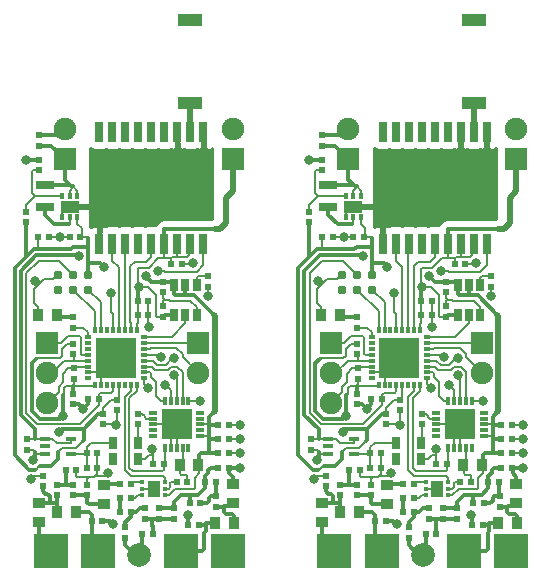
<source format=gtl>
G04 #@! TF.GenerationSoftware,KiCad,Pcbnew,5.0.0-rc2-unknown-68f6e3a~65~ubuntu16.04.1*
G04 #@! TF.CreationDate,2018-07-23T09:18:11+01:00*
G04 #@! TF.ProjectId,jerboa_panel,6A6572626F615F70616E656C2E6B6963,rev?*
G04 #@! TF.SameCoordinates,Original*
G04 #@! TF.FileFunction,Copper,L1,Top,Signal*
G04 #@! TF.FilePolarity,Positive*
%FSLAX46Y46*%
G04 Gerber Fmt 4.6, Leading zero omitted, Abs format (unit mm)*
G04 Created by KiCad (PCBNEW 5.0.0-rc2-unknown-68f6e3a~65~ubuntu16.04.1) date Mon Jul 23 09:18:11 2018*
%MOMM*%
%LPD*%
G01*
G04 APERTURE LIST*
G04 #@! TA.AperFunction,SMDPad,CuDef*
%ADD10R,0.620000X0.620000*%
G04 #@! TD*
G04 #@! TA.AperFunction,ComponentPad*
%ADD11C,1.900000*%
G04 #@! TD*
G04 #@! TA.AperFunction,ComponentPad*
%ADD12R,1.900000X1.900000*%
G04 #@! TD*
G04 #@! TA.AperFunction,SMDPad,CuDef*
%ADD13R,1.000000X0.950000*%
G04 #@! TD*
G04 #@! TA.AperFunction,SMDPad,CuDef*
%ADD14R,0.950000X0.400000*%
G04 #@! TD*
G04 #@! TA.AperFunction,SMDPad,CuDef*
%ADD15R,2.000000X1.000000*%
G04 #@! TD*
G04 #@! TA.AperFunction,SMDPad,CuDef*
%ADD16R,0.700000X1.800000*%
G04 #@! TD*
G04 #@! TA.AperFunction,SMDPad,CuDef*
%ADD17R,0.950000X1.000000*%
G04 #@! TD*
G04 #@! TA.AperFunction,BGAPad,CuDef*
%ADD18C,0.787000*%
G04 #@! TD*
G04 #@! TA.AperFunction,Conductor*
%ADD19R,3.450000X3.450000*%
G04 #@! TD*
G04 #@! TA.AperFunction,ViaPad*
%ADD20C,0.600000*%
G04 #@! TD*
G04 #@! TA.AperFunction,SMDPad,CuDef*
%ADD21R,0.600000X0.300000*%
G04 #@! TD*
G04 #@! TA.AperFunction,SMDPad,CuDef*
%ADD22R,0.300000X0.600000*%
G04 #@! TD*
G04 #@! TA.AperFunction,SMDPad,CuDef*
%ADD23R,3.000000X3.000000*%
G04 #@! TD*
G04 #@! TA.AperFunction,SMDPad,CuDef*
%ADD24R,0.690000X0.990000*%
G04 #@! TD*
G04 #@! TA.AperFunction,SMDPad,CuDef*
%ADD25R,0.800000X1.000000*%
G04 #@! TD*
G04 #@! TA.AperFunction,SMDPad,CuDef*
%ADD26R,0.300000X0.300000*%
G04 #@! TD*
G04 #@! TA.AperFunction,Conductor*
%ADD27R,1.100000X1.400000*%
G04 #@! TD*
G04 #@! TA.AperFunction,SMDPad,CuDef*
%ADD28R,2.600000X2.600000*%
G04 #@! TD*
G04 #@! TA.AperFunction,SMDPad,CuDef*
%ADD29R,0.750000X0.300000*%
G04 #@! TD*
G04 #@! TA.AperFunction,SMDPad,CuDef*
%ADD30R,0.300000X0.750000*%
G04 #@! TD*
G04 #@! TA.AperFunction,SMDPad,CuDef*
%ADD31R,0.400000X0.500000*%
G04 #@! TD*
G04 #@! TA.AperFunction,SMDPad,CuDef*
%ADD32R,1.600000X1.000000*%
G04 #@! TD*
G04 #@! TA.AperFunction,SMDPad,CuDef*
%ADD33R,1.600000X0.800000*%
G04 #@! TD*
G04 #@! TA.AperFunction,ComponentPad*
%ADD34C,2.000000*%
G04 #@! TD*
G04 #@! TA.AperFunction,ViaPad*
%ADD35C,0.800000*%
G04 #@! TD*
G04 #@! TA.AperFunction,Conductor*
%ADD36C,0.200000*%
G04 #@! TD*
G04 #@! TA.AperFunction,Conductor*
%ADD37C,0.320000*%
G04 #@! TD*
G04 #@! TA.AperFunction,Conductor*
%ADD38C,0.500000*%
G04 #@! TD*
G04 #@! TA.AperFunction,Conductor*
%ADD39C,0.254000*%
G04 #@! TD*
G04 APERTURE END LIST*
D10*
G04 #@! TO.P,C20,1*
G04 #@! TO.N,Net-(C20-Pad1)*
X69950000Y-66800000D03*
G04 #@! TO.P,C20,2*
G04 #@! TO.N,Net-(C20-Pad2)*
X69050000Y-66800000D03*
G04 #@! TD*
D11*
G04 #@! TO.P,J2,3*
G04 #@! TO.N,/I2C_SDA*
X58100000Y-60140000D03*
G04 #@! TO.P,J2,2*
G04 #@! TO.N,/I2C_SCL*
X58100000Y-57600000D03*
D12*
G04 #@! TO.P,J2,1*
G04 #@! TO.N,/WSPR_ENABLE*
X58100000Y-55060000D03*
G04 #@! TD*
D13*
G04 #@! TO.P,C35,1*
G04 #@! TO.N,Net-(C30-Pad1)*
X57400000Y-68600000D03*
G04 #@! TO.P,C35,2*
G04 #@! TO.N,GND*
X57400000Y-70200000D03*
G04 #@! TD*
D14*
G04 #@! TO.P,U3,1*
G04 #@! TO.N,3v3_switched*
X57900000Y-63150000D03*
G04 #@! TO.P,U3,2*
G04 #@! TO.N,Net-(U3-Pad2)*
X57900000Y-63800000D03*
G04 #@! TO.P,U3,3*
G04 #@! TO.N,GND*
X57900000Y-64450000D03*
G04 #@! TO.P,U3,4*
G04 #@! TO.N,1v8*
X60100000Y-64450000D03*
G04 #@! TO.P,U3,5*
G04 #@! TO.N,3v3_switched*
X60100000Y-63150000D03*
G04 #@! TD*
D15*
G04 #@! TO.P,AE1,1*
G04 #@! TO.N,Net-(AE1-Pad1)*
X70200000Y-27700000D03*
G04 #@! TO.P,AE1,2*
G04 #@! TO.N,Net-(AE1-Pad2)*
X70200000Y-34700000D03*
G04 #@! TD*
D10*
G04 #@! TO.P,C14,1*
G04 #@! TO.N,Net-(C14-Pad1)*
X65800000Y-61950000D03*
G04 #@! TO.P,C14,2*
G04 #@! TO.N,Net-(C14-Pad2)*
X65800000Y-61050000D03*
G04 #@! TD*
G04 #@! TO.P,C2,1*
G04 #@! TO.N,Net-(C2-Pad1)*
X67900000Y-50750000D03*
G04 #@! TO.P,C2,2*
G04 #@! TO.N,3v3_switched*
X67900000Y-49850000D03*
G04 #@! TD*
G04 #@! TO.P,C31,2*
G04 #@! TO.N,GND*
X73450000Y-65600000D03*
G04 #@! TO.P,C31,1*
G04 #@! TO.N,Net-(C29-Pad2)*
X72550000Y-65600000D03*
G04 #@! TD*
G04 #@! TO.P,C3,1*
G04 #@! TO.N,GND*
X56400000Y-64100000D03*
G04 #@! TO.P,C3,2*
G04 #@! TO.N,3v3_switched*
X56400000Y-63200000D03*
G04 #@! TD*
G04 #@! TO.P,C10,2*
G04 #@! TO.N,GND*
X61550000Y-59800000D03*
G04 #@! TO.P,C10,1*
G04 #@! TO.N,/NRST*
X62450000Y-59800000D03*
G04 #@! TD*
D16*
G04 #@! TO.P,IC2,1*
G04 #@! TO.N,GND*
X62500000Y-46650000D03*
G04 #@! TO.P,IC2,2*
G04 #@! TO.N,/RX_GPS_from_MCU*
X63600000Y-46650000D03*
G04 #@! TO.P,IC2,3*
G04 #@! TO.N,/TX_GPS_from_MCU*
X64700000Y-46650000D03*
G04 #@! TO.P,IC2,4*
G04 #@! TO.N,Net-(IC2-Pad4)*
X65800000Y-46650000D03*
G04 #@! TO.P,IC2,5*
G04 #@! TO.N,/GPS_EXTINT*
X66900000Y-46650000D03*
G04 #@! TO.P,IC2,6*
G04 #@! TO.N,3v3*
X68000000Y-46650000D03*
G04 #@! TO.P,IC2,7*
X69100000Y-46650000D03*
G04 #@! TO.P,IC2,8*
X70200000Y-46650000D03*
G04 #@! TO.P,IC2,9*
G04 #@! TO.N,/GPS_~RESET*
X71300000Y-46650000D03*
G04 #@! TO.P,IC2,10*
G04 #@! TO.N,GND*
X71300000Y-37150000D03*
G04 #@! TO.P,IC2,11*
G04 #@! TO.N,Net-(AE1-Pad2)*
X70200000Y-37150000D03*
G04 #@! TO.P,IC2,12*
G04 #@! TO.N,GND*
X69100000Y-37150000D03*
G04 #@! TO.P,IC2,13*
G04 #@! TO.N,Net-(IC2-Pad13)*
X68000000Y-37150000D03*
G04 #@! TO.P,IC2,14*
G04 #@! TO.N,Net-(IC2-Pad14)*
X66900000Y-37150000D03*
G04 #@! TO.P,IC2,15*
G04 #@! TO.N,Net-(IC2-Pad15)*
X65800000Y-37150000D03*
G04 #@! TO.P,IC2,16*
G04 #@! TO.N,Net-(IC2-Pad16)*
X64700000Y-37150000D03*
G04 #@! TO.P,IC2,17*
G04 #@! TO.N,Net-(IC2-Pad17)*
X63600000Y-37150000D03*
G04 #@! TO.P,IC2,18*
G04 #@! TO.N,Net-(IC2-Pad18)*
X62500000Y-37150000D03*
G04 #@! TD*
D10*
G04 #@! TO.P,D3,2*
G04 #@! TO.N,GND*
X70050000Y-70500000D03*
G04 #@! TO.P,D3,1*
G04 #@! TO.N,Net-(D3-Pad1)*
X70950000Y-70500000D03*
G04 #@! TD*
D13*
G04 #@! TO.P,C34,1*
G04 #@! TO.N,Net-(C33-Pad2)*
X73800000Y-68600000D03*
G04 #@! TO.P,C34,2*
G04 #@! TO.N,GND*
X73800000Y-67000000D03*
G04 #@! TD*
D10*
G04 #@! TO.P,C33,2*
G04 #@! TO.N,Net-(C33-Pad2)*
X72400000Y-68950000D03*
G04 #@! TO.P,C33,1*
G04 #@! TO.N,Net-(C32-Pad2)*
X72400000Y-68050000D03*
G04 #@! TD*
G04 #@! TO.P,C1,2*
G04 #@! TO.N,GND*
X60000000Y-46100000D03*
G04 #@! TO.P,C1,1*
G04 #@! TO.N,3v3*
X60900000Y-46100000D03*
G04 #@! TD*
D17*
G04 #@! TO.P,L14,2*
G04 #@! TO.N,Net-(D2-Pad1)*
X60500000Y-69400000D03*
G04 #@! TO.P,L14,1*
G04 #@! TO.N,Net-(C30-Pad1)*
X58900000Y-69400000D03*
G04 #@! TD*
D10*
G04 #@! TO.P,C32,1*
G04 #@! TO.N,Net-(C29-Pad2)*
X71450000Y-66800000D03*
G04 #@! TO.P,C32,2*
G04 #@! TO.N,Net-(C32-Pad2)*
X72350000Y-66800000D03*
G04 #@! TD*
D17*
G04 #@! TO.P,D1,2*
G04 #@! TO.N,Net-(D1-Pad2)*
X58900000Y-52700000D03*
G04 #@! TO.P,D1,1*
G04 #@! TO.N,GND*
X57300000Y-52700000D03*
G04 #@! TD*
D10*
G04 #@! TO.P,C4,2*
G04 #@! TO.N,GND*
X62350000Y-65600000D03*
G04 #@! TO.P,C4,1*
G04 #@! TO.N,1v8*
X61450000Y-65600000D03*
G04 #@! TD*
G04 #@! TO.P,C16,2*
G04 #@! TO.N,GND*
X69500000Y-48400000D03*
G04 #@! TO.P,C16,1*
G04 #@! TO.N,3v3*
X68600000Y-48400000D03*
G04 #@! TD*
D17*
G04 #@! TO.P,L13,2*
G04 #@! TO.N,Net-(D3-Pad1)*
X72300000Y-70300000D03*
G04 #@! TO.P,L13,1*
G04 #@! TO.N,Net-(C33-Pad2)*
X73900000Y-70300000D03*
G04 #@! TD*
D10*
G04 #@! TO.P,C13,2*
G04 #@! TO.N,1v8*
X61450000Y-64400000D03*
G04 #@! TO.P,C13,1*
G04 #@! TO.N,GND*
X62350000Y-64400000D03*
G04 #@! TD*
G04 #@! TO.P,C21,2*
G04 #@! TO.N,Net-(C21-Pad2)*
X64250000Y-67000000D03*
G04 #@! TO.P,C21,1*
G04 #@! TO.N,/radio/RADIO_TX_434*
X65150000Y-67000000D03*
G04 #@! TD*
D18*
G04 #@! TO.P,P1,6*
G04 #@! TO.N,Net-(P1-Pad6)*
X59030000Y-50527128D03*
G04 #@! TO.P,P1,5*
G04 #@! TO.N,GND*
X59030000Y-49257128D03*
G04 #@! TO.P,P1,4*
G04 #@! TO.N,/SWCLK*
X60300000Y-50527128D03*
G04 #@! TO.P,P1,3*
G04 #@! TO.N,/NRST*
X60300000Y-49257128D03*
G04 #@! TO.P,P1,2*
G04 #@! TO.N,/SWDIO*
X61570000Y-50527128D03*
G04 #@! TO.P,P1,1*
G04 #@! TO.N,3v3*
X61570000Y-49257128D03*
G04 #@! TD*
D10*
G04 #@! TO.P,C19,1*
G04 #@! TO.N,GND*
X73450000Y-64400000D03*
G04 #@! TO.P,C19,2*
G04 #@! TO.N,3v3_switched*
X72550000Y-64400000D03*
G04 #@! TD*
G04 #@! TO.P,C11,2*
G04 #@! TO.N,3v3*
X57350000Y-46100000D03*
G04 #@! TO.P,C11,1*
G04 #@! TO.N,GND*
X58250000Y-46100000D03*
G04 #@! TD*
G04 #@! TO.P,C27,1*
G04 #@! TO.N,Net-(C27-Pad1)*
X59650000Y-65800000D03*
G04 #@! TO.P,C27,2*
G04 #@! TO.N,GND*
X60550000Y-65800000D03*
G04 #@! TD*
G04 #@! TO.P,C18,1*
G04 #@! TO.N,GND*
X73450000Y-63200000D03*
G04 #@! TO.P,C18,2*
G04 #@! TO.N,3v3_switched*
X72550000Y-63200000D03*
G04 #@! TD*
G04 #@! TO.P,C23,1*
G04 #@! TO.N,/radio/RADIO_TX_144*
X65150000Y-68200000D03*
G04 #@! TO.P,C23,2*
G04 #@! TO.N,Net-(C23-Pad2)*
X64250000Y-68200000D03*
G04 #@! TD*
G04 #@! TO.P,C29,1*
G04 #@! TO.N,Net-(C28-Pad1)*
X68800000Y-69950000D03*
G04 #@! TO.P,C29,2*
G04 #@! TO.N,Net-(C29-Pad2)*
X68800000Y-69050000D03*
G04 #@! TD*
G04 #@! TO.P,C5,2*
G04 #@! TO.N,3v3*
X65750000Y-51500000D03*
G04 #@! TO.P,C5,1*
G04 #@! TO.N,GND*
X66650000Y-51500000D03*
G04 #@! TD*
D19*
G04 #@! TO.N,GND*
G04 #@! TO.C,U1*
X63905905Y-56297128D03*
D20*
X65155905Y-55047128D03*
X62655905Y-55047128D03*
X65155905Y-57547128D03*
X62655905Y-57547128D03*
D21*
G04 #@! TD*
G04 #@! TO.P,U1,32*
G04 #@! TO.N,Net-(U1-Pad32)*
X61555905Y-58047128D03*
G04 #@! TO.P,U1,31*
G04 #@! TO.N,GND*
X61555905Y-57547128D03*
G04 #@! TO.P,U1,30*
G04 #@! TO.N,/I2C_SDA*
X61555905Y-57047128D03*
G04 #@! TO.P,U1,29*
G04 #@! TO.N,/I2C_SCL*
X61555905Y-56547128D03*
G04 #@! TO.P,U1,28*
G04 #@! TO.N,/WSPR_ENABLE*
X61555905Y-56047128D03*
G04 #@! TO.P,U1,27*
G04 #@! TO.N,Net-(U1-Pad27)*
X61555905Y-55547128D03*
G04 #@! TO.P,U1,26*
G04 #@! TO.N,Net-(U1-Pad26)*
X61555905Y-55047128D03*
G04 #@! TO.P,U1,25*
G04 #@! TO.N,Net-(R6-Pad1)*
X61555905Y-54547128D03*
D22*
G04 #@! TO.P,U1,24*
G04 #@! TO.N,/SWCLK*
X62155905Y-53947128D03*
G04 #@! TO.P,U1,23*
G04 #@! TO.N,/SWDIO*
X62655905Y-53947128D03*
G04 #@! TO.P,U1,22*
G04 #@! TO.N,Net-(U1-Pad22)*
X63155905Y-53947128D03*
G04 #@! TO.P,U1,21*
G04 #@! TO.N,/GPS_~RESET*
X63655905Y-53947128D03*
G04 #@! TO.P,U1,20*
G04 #@! TO.N,/RX_GPS_from_MCU*
X64155905Y-53947128D03*
G04 #@! TO.P,U1,19*
G04 #@! TO.N,/TX_GPS_from_MCU*
X64655905Y-53947128D03*
G04 #@! TO.P,U1,18*
G04 #@! TO.N,/GPS_EXTINT*
X65155905Y-53947128D03*
G04 #@! TO.P,U1,17*
G04 #@! TO.N,3v3*
X65655905Y-53947128D03*
D21*
G04 #@! TO.P,U1,16*
G04 #@! TO.N,/RADIO_PWR_EN*
X66255905Y-54547128D03*
G04 #@! TO.P,U1,15*
G04 #@! TO.N,/SOLAR_CELL_VOLTAGE*
X66255905Y-55047128D03*
G04 #@! TO.P,U1,14*
G04 #@! TO.N,/BATT_V*
X66255905Y-55547128D03*
G04 #@! TO.P,U1,13*
G04 #@! TO.N,/MCU_MOSI*
X66255905Y-56047128D03*
G04 #@! TO.P,U1,12*
G04 #@! TO.N,/MCU_MISO*
X66255905Y-56547128D03*
G04 #@! TO.P,U1,11*
G04 #@! TO.N,/MCU_SCK*
X66255905Y-57047128D03*
G04 #@! TO.P,U1,10*
G04 #@! TO.N,/SI4460_NSS*
X66255905Y-57547128D03*
G04 #@! TO.P,U1,9*
G04 #@! TO.N,/MCU_nIRQ_TO_RADIO*
X66255905Y-58047128D03*
D22*
G04 #@! TO.P,U1,8*
G04 #@! TO.N,/MCU_SHUTDOWN_TO_RADIO*
X65655905Y-58647128D03*
G04 #@! TO.P,U1,7*
G04 #@! TO.N,/FREQ_CTRL*
X65155905Y-58647128D03*
G04 #@! TO.P,U1,6*
G04 #@! TO.N,Net-(U1-Pad6)*
X64655905Y-58647128D03*
G04 #@! TO.P,U1,5*
G04 #@! TO.N,3v3*
X64155905Y-58647128D03*
G04 #@! TO.P,U1,4*
G04 #@! TO.N,/NRST*
X63655905Y-58647128D03*
G04 #@! TO.P,U1,3*
G04 #@! TO.N,Net-(U1-Pad3)*
X63155905Y-58647128D03*
G04 #@! TO.P,U1,2*
G04 #@! TO.N,GND*
X62655905Y-58647128D03*
G04 #@! TO.P,U1,1*
G04 #@! TO.N,3v3*
X62155905Y-58647128D03*
G04 #@! TD*
D10*
G04 #@! TO.P,C12,2*
G04 #@! TO.N,GND*
X57400000Y-37450000D03*
G04 #@! TO.P,C12,1*
G04 #@! TO.N,Net-(C12-Pad1)*
X57400000Y-38350000D03*
G04 #@! TD*
G04 #@! TO.P,D2,2*
G04 #@! TO.N,GND*
X62750000Y-70100000D03*
G04 #@! TO.P,D2,1*
G04 #@! TO.N,Net-(D2-Pad1)*
X61850000Y-70100000D03*
G04 #@! TD*
G04 #@! TO.P,C25,2*
G04 #@! TO.N,GND*
X61500000Y-67050000D03*
G04 #@! TO.P,C25,1*
G04 #@! TO.N,Net-(C25-Pad1)*
X61500000Y-67950000D03*
G04 #@! TD*
G04 #@! TO.P,C9,1*
G04 #@! TO.N,GND*
X64000000Y-60750000D03*
G04 #@! TO.P,C9,2*
G04 #@! TO.N,3v3*
X64000000Y-59850000D03*
G04 #@! TD*
G04 #@! TO.P,C6,2*
G04 #@! TO.N,3v3*
X60300000Y-59350000D03*
G04 #@! TO.P,C6,1*
G04 #@! TO.N,GND*
X60300000Y-60250000D03*
G04 #@! TD*
G04 #@! TO.P,C8,1*
G04 #@! TO.N,GND*
X66650000Y-52700000D03*
G04 #@! TO.P,C8,2*
G04 #@! TO.N,3v3*
X65750000Y-52700000D03*
G04 #@! TD*
D12*
G04 #@! TO.P,J1,1*
G04 #@! TO.N,3v3*
X73800000Y-39470000D03*
D11*
G04 #@! TO.P,J1,2*
G04 #@! TO.N,GND*
X73800000Y-36930000D03*
G04 #@! TD*
D10*
G04 #@! TO.P,C17,1*
G04 #@! TO.N,GND*
X73450000Y-62000000D03*
G04 #@! TO.P,C17,2*
G04 #@! TO.N,3v3_switched*
X72550000Y-62000000D03*
G04 #@! TD*
G04 #@! TO.P,L6,1*
G04 #@! TO.N,Net-(C23-Pad2)*
X64250000Y-69400000D03*
G04 #@! TO.P,L6,2*
G04 #@! TO.N,Net-(C26-Pad1)*
X65150000Y-69400000D03*
G04 #@! TD*
G04 #@! TO.P,C26,2*
G04 #@! TO.N,GND*
X64700000Y-71550000D03*
G04 #@! TO.P,C26,1*
G04 #@! TO.N,Net-(C26-Pad1)*
X64700000Y-70650000D03*
G04 #@! TD*
G04 #@! TO.P,R9,1*
G04 #@! TO.N,/MCU_SHUTDOWN_TO_RADIO*
X67950000Y-65300000D03*
G04 #@! TO.P,R9,2*
G04 #@! TO.N,GND*
X67050000Y-65300000D03*
G04 #@! TD*
D13*
G04 #@! TO.P,L4,2*
G04 #@! TO.N,Net-(C25-Pad1)*
X62900000Y-68700000D03*
G04 #@! TO.P,L4,1*
G04 #@! TO.N,Net-(C21-Pad2)*
X62900000Y-67100000D03*
G04 #@! TD*
D10*
G04 #@! TO.P,C28,1*
G04 #@! TO.N,Net-(C28-Pad1)*
X67050000Y-71200000D03*
G04 #@! TO.P,C28,2*
G04 #@! TO.N,GND*
X66150000Y-71200000D03*
G04 #@! TD*
G04 #@! TO.P,R1,2*
G04 #@! TO.N,Net-(IC1-Pad3)*
X56300000Y-43950000D03*
G04 #@! TO.P,R1,1*
G04 #@! TO.N,3v3*
X56300000Y-44850000D03*
G04 #@! TD*
D23*
G04 #@! TO.P,P3,2*
G04 #@! TO.N,GND*
X73400000Y-72700000D03*
G04 #@! TO.P,P3,1*
G04 #@! TO.N,Net-(D3-Pad1)*
X69400000Y-72700000D03*
G04 #@! TD*
G04 #@! TO.P,P2,1*
G04 #@! TO.N,Net-(D2-Pad1)*
X62400000Y-72700000D03*
G04 #@! TO.P,P2,2*
G04 #@! TO.N,GND*
X58400000Y-72700000D03*
G04 #@! TD*
D24*
G04 #@! TO.P,U2,6*
G04 #@! TO.N,Net-(C2-Pad1)*
X70750000Y-52695000D03*
G04 #@! TO.P,U2,5*
G04 #@! TO.N,/RADIO_PWR_EN*
X69800000Y-52695000D03*
G04 #@! TO.P,U2,4*
G04 #@! TO.N,3v3*
X68850000Y-52695000D03*
G04 #@! TO.P,U2,3*
G04 #@! TO.N,3v3_switched*
X68850000Y-50105000D03*
G04 #@! TO.P,U2,2*
X69800000Y-50105000D03*
G04 #@! TO.P,U2,1*
G04 #@! TO.N,Net-(R4-Pad1)*
X70750000Y-50105000D03*
G04 #@! TD*
D10*
G04 #@! TO.P,R4,1*
G04 #@! TO.N,Net-(R4-Pad1)*
X71700000Y-49400000D03*
G04 #@! TO.P,R4,2*
G04 #@! TO.N,GND*
X71700000Y-50300000D03*
G04 #@! TD*
G04 #@! TO.P,R3,2*
G04 #@! TO.N,3v3*
X67900000Y-52850000D03*
G04 #@! TO.P,R3,1*
G04 #@! TO.N,Net-(C2-Pad1)*
X67900000Y-51950000D03*
G04 #@! TD*
D11*
G04 #@! TO.P,J3,2*
G04 #@! TO.N,GND*
X59600000Y-36930000D03*
D12*
G04 #@! TO.P,J3,1*
G04 #@! TO.N,Net-(C12-Pad1)*
X59600000Y-39470000D03*
G04 #@! TD*
D10*
G04 #@! TO.P,R6,2*
G04 #@! TO.N,Net-(D1-Pad2)*
X60300000Y-52850000D03*
G04 #@! TO.P,R6,1*
G04 #@! TO.N,Net-(R6-Pad1)*
X60300000Y-53750000D03*
G04 #@! TD*
D12*
G04 #@! TO.P,J4,1*
G04 #@! TO.N,/SOLAR_CELL_VOLTAGE*
X70900000Y-55060000D03*
D11*
G04 #@! TO.P,J4,2*
G04 #@! TO.N,/BATT_V*
X70900000Y-57600000D03*
G04 #@! TD*
D10*
G04 #@! TO.P,R8,1*
G04 #@! TO.N,/I2C_SDA*
X60400000Y-57200000D03*
G04 #@! TO.P,R8,2*
G04 #@! TO.N,3v3*
X60400000Y-58100000D03*
G04 #@! TD*
D25*
G04 #@! TO.P,Y1,1*
G04 #@! TO.N,Net-(Y1-Pad1)*
X63650000Y-64900000D03*
G04 #@! TO.P,Y1,4*
G04 #@! TO.N,1v8*
X63650000Y-63500000D03*
G04 #@! TO.P,Y1,2*
G04 #@! TO.N,GND*
X65750000Y-64900000D03*
G04 #@! TO.P,Y1,3*
G04 #@! TO.N,Net-(C14-Pad1)*
X65750000Y-63500000D03*
G04 #@! TD*
D26*
G04 #@! TO.P,IC4,1*
G04 #@! TO.N,/radio/RADIO_TX_434*
X66150000Y-66850000D03*
G04 #@! TO.P,IC4,2*
G04 #@! TO.N,GND*
X66150000Y-67400000D03*
G04 #@! TO.P,IC4,3*
G04 #@! TO.N,/radio/RADIO_TX_144*
X66150000Y-67950000D03*
G04 #@! TO.P,IC4,4*
G04 #@! TO.N,3v3_switched*
X68050000Y-67950000D03*
G04 #@! TO.P,IC4,5*
G04 #@! TO.N,Net-(C20-Pad2)*
X68050000Y-67400000D03*
G04 #@! TO.P,IC4,6*
G04 #@! TO.N,/FREQ_CTRL*
X68050000Y-66850000D03*
D27*
G04 #@! TD*
G04 #@! TO.N,GND*
G04 #@! TO.C,IC4*
X67100000Y-67400000D03*
D28*
G04 #@! TO.P,IC3,EP*
G04 #@! TO.N,GND*
X69050000Y-61950000D03*
D29*
G04 #@! TO.P,IC3,20*
G04 #@! TO.N,Net-(IC3-Pad20)*
X67050000Y-62950000D03*
G04 #@! TO.P,IC3,19*
G04 #@! TO.N,Net-(IC3-Pad19)*
X67050000Y-62450000D03*
G04 #@! TO.P,IC3,18*
G04 #@! TO.N,GND*
X67050000Y-61950000D03*
G04 #@! TO.P,IC3,17*
G04 #@! TO.N,Net-(C14-Pad2)*
X67050000Y-61450000D03*
G04 #@! TO.P,IC3,16*
G04 #@! TO.N,Net-(IC3-Pad16)*
X67050000Y-60950000D03*
D30*
G04 #@! TO.P,IC3,15*
G04 #@! TO.N,/SI4460_NSS*
X68050000Y-59950000D03*
G04 #@! TO.P,IC3,14*
G04 #@! TO.N,/MCU_MOSI*
X68550000Y-59950000D03*
G04 #@! TO.P,IC3,13*
G04 #@! TO.N,/MCU_MISO*
X69050000Y-59950000D03*
G04 #@! TO.P,IC3,12*
G04 #@! TO.N,/MCU_SCK*
X69550000Y-59950000D03*
G04 #@! TO.P,IC3,11*
G04 #@! TO.N,/MCU_nIRQ_TO_RADIO*
X70050000Y-59950000D03*
D29*
G04 #@! TO.P,IC3,10*
G04 #@! TO.N,Net-(IC3-Pad10)*
X71050000Y-60950000D03*
G04 #@! TO.P,IC3,9*
G04 #@! TO.N,Net-(IC3-Pad9)*
X71050000Y-61450000D03*
G04 #@! TO.P,IC3,8*
G04 #@! TO.N,3v3_switched*
X71050000Y-61950000D03*
G04 #@! TO.P,IC3,7*
G04 #@! TO.N,Net-(IC3-Pad7)*
X71050000Y-62450000D03*
G04 #@! TO.P,IC3,6*
G04 #@! TO.N,3v3_switched*
X71050000Y-62950000D03*
D30*
G04 #@! TO.P,IC3,5*
G04 #@! TO.N,Net-(IC3-Pad5)*
X70050000Y-63950000D03*
G04 #@! TO.P,IC3,4*
G04 #@! TO.N,Net-(C20-Pad1)*
X69550000Y-63950000D03*
G04 #@! TO.P,IC3,3*
G04 #@! TO.N,GND*
X69050000Y-63950000D03*
G04 #@! TO.P,IC3,2*
X68550000Y-63950000D03*
G04 #@! TO.P,IC3,1*
G04 #@! TO.N,/MCU_SHUTDOWN_TO_RADIO*
X68050000Y-63950000D03*
G04 #@! TD*
D10*
G04 #@! TO.P,C30,1*
G04 #@! TO.N,Net-(C30-Pad1)*
X57700000Y-67200000D03*
G04 #@! TO.P,C30,2*
G04 #@! TO.N,GND*
X57700000Y-66300000D03*
G04 #@! TD*
D31*
G04 #@! TO.P,IC1,6*
G04 #@! TO.N,3v3*
X60650000Y-44400000D03*
G04 #@! TO.P,IC1,5*
G04 #@! TO.N,Net-(IC1-Pad5)*
X60000000Y-44400000D03*
G04 #@! TO.P,IC1,4*
G04 #@! TO.N,GND*
X59350000Y-44400000D03*
G04 #@! TO.P,IC1,3*
G04 #@! TO.N,Net-(IC1-Pad3)*
X59350000Y-42600000D03*
G04 #@! TO.P,IC1,2*
G04 #@! TO.N,Net-(C12-Pad1)*
X60000000Y-42600000D03*
G04 #@! TO.P,IC1,1*
X60650000Y-42600000D03*
D32*
G04 #@! TO.P,IC1,7*
G04 #@! TO.N,GND*
X60000000Y-43500000D03*
G04 #@! TD*
D10*
G04 #@! TO.P,C7,1*
G04 #@! TO.N,GND*
X62800000Y-61950000D03*
G04 #@! TO.P,C7,2*
G04 #@! TO.N,3v3*
X62800000Y-61050000D03*
G04 #@! TD*
D33*
G04 #@! TO.P,L1,2*
G04 #@! TO.N,Net-(IC1-Pad5)*
X57900000Y-43500000D03*
G04 #@! TO.P,L1,1*
G04 #@! TO.N,Net-(C12-Pad1)*
X57900000Y-41700000D03*
G04 #@! TD*
D10*
G04 #@! TO.P,L11,2*
G04 #@! TO.N,Net-(C29-Pad2)*
X67600000Y-69050000D03*
G04 #@! TO.P,L11,1*
G04 #@! TO.N,Net-(C28-Pad1)*
X67600000Y-69950000D03*
G04 #@! TD*
D17*
G04 #@! TO.P,L2,1*
G04 #@! TO.N,3v3_switched*
X70900000Y-65400000D03*
G04 #@! TO.P,L2,2*
G04 #@! TO.N,Net-(C20-Pad1)*
X69300000Y-65400000D03*
G04 #@! TD*
D10*
G04 #@! TO.P,L12,1*
G04 #@! TO.N,Net-(C29-Pad2)*
X70150000Y-68600000D03*
G04 #@! TO.P,L12,2*
G04 #@! TO.N,Net-(C32-Pad2)*
X71050000Y-68600000D03*
G04 #@! TD*
D34*
G04 #@! TO.P,TP1,1*
G04 #@! TO.N,GND*
X65900000Y-73000000D03*
G04 #@! TD*
D10*
G04 #@! TO.P,L10,2*
G04 #@! TO.N,Net-(C30-Pad1)*
X58900000Y-67950000D03*
G04 #@! TO.P,L10,1*
G04 #@! TO.N,Net-(C27-Pad1)*
X58900000Y-67050000D03*
G04 #@! TD*
G04 #@! TO.P,L7,2*
G04 #@! TO.N,Net-(C27-Pad1)*
X60300000Y-67050000D03*
G04 #@! TO.P,L7,1*
G04 #@! TO.N,Net-(C25-Pad1)*
X60300000Y-67950000D03*
G04 #@! TD*
G04 #@! TO.P,R2,1*
G04 #@! TO.N,Net-(IC1-Pad3)*
X57400000Y-40450000D03*
G04 #@! TO.P,R2,2*
G04 #@! TO.N,GND*
X57400000Y-39550000D03*
G04 #@! TD*
G04 #@! TO.P,L3,2*
G04 #@! TO.N,Net-(C28-Pad1)*
X66400000Y-69950000D03*
G04 #@! TO.P,L3,1*
G04 #@! TO.N,Net-(C26-Pad1)*
X66400000Y-69050000D03*
G04 #@! TD*
G04 #@! TO.P,R7,2*
G04 #@! TO.N,3v3*
X60300000Y-55100000D03*
G04 #@! TO.P,R7,1*
G04 #@! TO.N,/I2C_SCL*
X60300000Y-56000000D03*
G04 #@! TD*
G04 #@! TO.P,C30,2*
G04 #@! TO.N,GND*
X33700000Y-66300000D03*
G04 #@! TO.P,C30,1*
G04 #@! TO.N,Net-(C30-Pad1)*
X33700000Y-67200000D03*
G04 #@! TD*
D11*
G04 #@! TO.P,J1,2*
G04 #@! TO.N,GND*
X49800000Y-36930000D03*
D12*
G04 #@! TO.P,J1,1*
G04 #@! TO.N,3v3*
X49800000Y-39470000D03*
G04 #@! TD*
D10*
G04 #@! TO.P,R8,2*
G04 #@! TO.N,3v3*
X36400000Y-58100000D03*
G04 #@! TO.P,R8,1*
G04 #@! TO.N,/I2C_SDA*
X36400000Y-57200000D03*
G04 #@! TD*
D22*
G04 #@! TO.P,U1,1*
G04 #@! TO.N,3v3*
X38155905Y-58647128D03*
G04 #@! TO.P,U1,2*
G04 #@! TO.N,GND*
X38655905Y-58647128D03*
G04 #@! TO.P,U1,3*
G04 #@! TO.N,Net-(U1-Pad3)*
X39155905Y-58647128D03*
G04 #@! TO.P,U1,4*
G04 #@! TO.N,/NRST*
X39655905Y-58647128D03*
G04 #@! TO.P,U1,5*
G04 #@! TO.N,3v3*
X40155905Y-58647128D03*
G04 #@! TO.P,U1,6*
G04 #@! TO.N,Net-(U1-Pad6)*
X40655905Y-58647128D03*
G04 #@! TO.P,U1,7*
G04 #@! TO.N,/FREQ_CTRL*
X41155905Y-58647128D03*
G04 #@! TO.P,U1,8*
G04 #@! TO.N,/MCU_SHUTDOWN_TO_RADIO*
X41655905Y-58647128D03*
D21*
G04 #@! TO.P,U1,9*
G04 #@! TO.N,/MCU_nIRQ_TO_RADIO*
X42255905Y-58047128D03*
G04 #@! TO.P,U1,10*
G04 #@! TO.N,/SI4460_NSS*
X42255905Y-57547128D03*
G04 #@! TO.P,U1,11*
G04 #@! TO.N,/MCU_SCK*
X42255905Y-57047128D03*
G04 #@! TO.P,U1,12*
G04 #@! TO.N,/MCU_MISO*
X42255905Y-56547128D03*
G04 #@! TO.P,U1,13*
G04 #@! TO.N,/MCU_MOSI*
X42255905Y-56047128D03*
G04 #@! TO.P,U1,14*
G04 #@! TO.N,/BATT_V*
X42255905Y-55547128D03*
G04 #@! TO.P,U1,15*
G04 #@! TO.N,/SOLAR_CELL_VOLTAGE*
X42255905Y-55047128D03*
G04 #@! TO.P,U1,16*
G04 #@! TO.N,/RADIO_PWR_EN*
X42255905Y-54547128D03*
D22*
G04 #@! TO.P,U1,17*
G04 #@! TO.N,3v3*
X41655905Y-53947128D03*
G04 #@! TO.P,U1,18*
G04 #@! TO.N,/GPS_EXTINT*
X41155905Y-53947128D03*
G04 #@! TO.P,U1,19*
G04 #@! TO.N,/TX_GPS_from_MCU*
X40655905Y-53947128D03*
G04 #@! TO.P,U1,20*
G04 #@! TO.N,/RX_GPS_from_MCU*
X40155905Y-53947128D03*
G04 #@! TO.P,U1,21*
G04 #@! TO.N,/GPS_~RESET*
X39655905Y-53947128D03*
G04 #@! TO.P,U1,22*
G04 #@! TO.N,Net-(U1-Pad22)*
X39155905Y-53947128D03*
G04 #@! TO.P,U1,23*
G04 #@! TO.N,/SWDIO*
X38655905Y-53947128D03*
G04 #@! TO.P,U1,24*
G04 #@! TO.N,/SWCLK*
X38155905Y-53947128D03*
D21*
G04 #@! TO.P,U1,25*
G04 #@! TO.N,Net-(R6-Pad1)*
X37555905Y-54547128D03*
G04 #@! TO.P,U1,26*
G04 #@! TO.N,Net-(U1-Pad26)*
X37555905Y-55047128D03*
G04 #@! TO.P,U1,27*
G04 #@! TO.N,Net-(U1-Pad27)*
X37555905Y-55547128D03*
G04 #@! TO.P,U1,28*
G04 #@! TO.N,/WSPR_ENABLE*
X37555905Y-56047128D03*
G04 #@! TO.P,U1,29*
G04 #@! TO.N,/I2C_SCL*
X37555905Y-56547128D03*
G04 #@! TO.P,U1,30*
G04 #@! TO.N,/I2C_SDA*
X37555905Y-57047128D03*
G04 #@! TO.P,U1,31*
G04 #@! TO.N,GND*
X37555905Y-57547128D03*
G04 #@! TO.P,U1,32*
G04 #@! TO.N,Net-(U1-Pad32)*
X37555905Y-58047128D03*
D20*
G04 #@! TD*
G04 #@! TO.N,GND*
G04 #@! TO.C,U1*
X38655905Y-57547128D03*
G04 #@! TO.N,GND*
G04 #@! TO.C,U1*
X41155905Y-57547128D03*
X38655905Y-55047128D03*
X41155905Y-55047128D03*
D19*
X39905905Y-56297128D03*
G04 #@! TD*
D15*
G04 #@! TO.P,AE1,2*
G04 #@! TO.N,Net-(AE1-Pad2)*
X46200000Y-34700000D03*
G04 #@! TO.P,AE1,1*
G04 #@! TO.N,Net-(AE1-Pad1)*
X46200000Y-27700000D03*
G04 #@! TD*
D10*
G04 #@! TO.P,C1,1*
G04 #@! TO.N,3v3*
X36900000Y-46100000D03*
G04 #@! TO.P,C1,2*
G04 #@! TO.N,GND*
X36000000Y-46100000D03*
G04 #@! TD*
G04 #@! TO.P,C2,2*
G04 #@! TO.N,3v3_switched*
X43900000Y-49850000D03*
G04 #@! TO.P,C2,1*
G04 #@! TO.N,Net-(C2-Pad1)*
X43900000Y-50750000D03*
G04 #@! TD*
G04 #@! TO.P,C3,2*
G04 #@! TO.N,3v3_switched*
X32400000Y-63200000D03*
G04 #@! TO.P,C3,1*
G04 #@! TO.N,GND*
X32400000Y-64100000D03*
G04 #@! TD*
G04 #@! TO.P,C4,1*
G04 #@! TO.N,1v8*
X37450000Y-65600000D03*
G04 #@! TO.P,C4,2*
G04 #@! TO.N,GND*
X38350000Y-65600000D03*
G04 #@! TD*
G04 #@! TO.P,C5,1*
G04 #@! TO.N,GND*
X42650000Y-51500000D03*
G04 #@! TO.P,C5,2*
G04 #@! TO.N,3v3*
X41750000Y-51500000D03*
G04 #@! TD*
G04 #@! TO.P,C6,1*
G04 #@! TO.N,GND*
X36300000Y-60250000D03*
G04 #@! TO.P,C6,2*
G04 #@! TO.N,3v3*
X36300000Y-59350000D03*
G04 #@! TD*
G04 #@! TO.P,C7,2*
G04 #@! TO.N,3v3*
X38800000Y-61050000D03*
G04 #@! TO.P,C7,1*
G04 #@! TO.N,GND*
X38800000Y-61950000D03*
G04 #@! TD*
G04 #@! TO.P,C8,2*
G04 #@! TO.N,3v3*
X41750000Y-52700000D03*
G04 #@! TO.P,C8,1*
G04 #@! TO.N,GND*
X42650000Y-52700000D03*
G04 #@! TD*
G04 #@! TO.P,C9,2*
G04 #@! TO.N,3v3*
X40000000Y-59850000D03*
G04 #@! TO.P,C9,1*
G04 #@! TO.N,GND*
X40000000Y-60750000D03*
G04 #@! TD*
G04 #@! TO.P,C10,1*
G04 #@! TO.N,/NRST*
X38450000Y-59800000D03*
G04 #@! TO.P,C10,2*
G04 #@! TO.N,GND*
X37550000Y-59800000D03*
G04 #@! TD*
G04 #@! TO.P,C11,1*
G04 #@! TO.N,GND*
X34250000Y-46100000D03*
G04 #@! TO.P,C11,2*
G04 #@! TO.N,3v3*
X33350000Y-46100000D03*
G04 #@! TD*
G04 #@! TO.P,C12,1*
G04 #@! TO.N,Net-(C12-Pad1)*
X33400000Y-38350000D03*
G04 #@! TO.P,C12,2*
G04 #@! TO.N,GND*
X33400000Y-37450000D03*
G04 #@! TD*
G04 #@! TO.P,C13,1*
G04 #@! TO.N,GND*
X38350000Y-64400000D03*
G04 #@! TO.P,C13,2*
G04 #@! TO.N,1v8*
X37450000Y-64400000D03*
G04 #@! TD*
G04 #@! TO.P,C14,2*
G04 #@! TO.N,Net-(C14-Pad2)*
X41800000Y-61050000D03*
G04 #@! TO.P,C14,1*
G04 #@! TO.N,Net-(C14-Pad1)*
X41800000Y-61950000D03*
G04 #@! TD*
G04 #@! TO.P,C16,1*
G04 #@! TO.N,3v3*
X44600000Y-48400000D03*
G04 #@! TO.P,C16,2*
G04 #@! TO.N,GND*
X45500000Y-48400000D03*
G04 #@! TD*
G04 #@! TO.P,C17,2*
G04 #@! TO.N,3v3_switched*
X48550000Y-62000000D03*
G04 #@! TO.P,C17,1*
G04 #@! TO.N,GND*
X49450000Y-62000000D03*
G04 #@! TD*
G04 #@! TO.P,C18,2*
G04 #@! TO.N,3v3_switched*
X48550000Y-63200000D03*
G04 #@! TO.P,C18,1*
G04 #@! TO.N,GND*
X49450000Y-63200000D03*
G04 #@! TD*
G04 #@! TO.P,C19,2*
G04 #@! TO.N,3v3_switched*
X48550000Y-64400000D03*
G04 #@! TO.P,C19,1*
G04 #@! TO.N,GND*
X49450000Y-64400000D03*
G04 #@! TD*
G04 #@! TO.P,C20,2*
G04 #@! TO.N,Net-(C20-Pad2)*
X45050000Y-66800000D03*
G04 #@! TO.P,C20,1*
G04 #@! TO.N,Net-(C20-Pad1)*
X45950000Y-66800000D03*
G04 #@! TD*
G04 #@! TO.P,C21,1*
G04 #@! TO.N,/radio/RADIO_TX_434*
X41150000Y-67000000D03*
G04 #@! TO.P,C21,2*
G04 #@! TO.N,Net-(C21-Pad2)*
X40250000Y-67000000D03*
G04 #@! TD*
G04 #@! TO.P,C23,2*
G04 #@! TO.N,Net-(C23-Pad2)*
X40250000Y-68200000D03*
G04 #@! TO.P,C23,1*
G04 #@! TO.N,/radio/RADIO_TX_144*
X41150000Y-68200000D03*
G04 #@! TD*
G04 #@! TO.P,C25,1*
G04 #@! TO.N,Net-(C25-Pad1)*
X37500000Y-67950000D03*
G04 #@! TO.P,C25,2*
G04 #@! TO.N,GND*
X37500000Y-67050000D03*
G04 #@! TD*
G04 #@! TO.P,C26,1*
G04 #@! TO.N,Net-(C26-Pad1)*
X40700000Y-70650000D03*
G04 #@! TO.P,C26,2*
G04 #@! TO.N,GND*
X40700000Y-71550000D03*
G04 #@! TD*
G04 #@! TO.P,C27,2*
G04 #@! TO.N,GND*
X36550000Y-65800000D03*
G04 #@! TO.P,C27,1*
G04 #@! TO.N,Net-(C27-Pad1)*
X35650000Y-65800000D03*
G04 #@! TD*
G04 #@! TO.P,C28,2*
G04 #@! TO.N,GND*
X42150000Y-71200000D03*
G04 #@! TO.P,C28,1*
G04 #@! TO.N,Net-(C28-Pad1)*
X43050000Y-71200000D03*
G04 #@! TD*
G04 #@! TO.P,C29,2*
G04 #@! TO.N,Net-(C29-Pad2)*
X44800000Y-69050000D03*
G04 #@! TO.P,C29,1*
G04 #@! TO.N,Net-(C28-Pad1)*
X44800000Y-69950000D03*
G04 #@! TD*
G04 #@! TO.P,C31,1*
G04 #@! TO.N,Net-(C29-Pad2)*
X48550000Y-65600000D03*
G04 #@! TO.P,C31,2*
G04 #@! TO.N,GND*
X49450000Y-65600000D03*
G04 #@! TD*
G04 #@! TO.P,C32,2*
G04 #@! TO.N,Net-(C32-Pad2)*
X48350000Y-66800000D03*
G04 #@! TO.P,C32,1*
G04 #@! TO.N,Net-(C29-Pad2)*
X47450000Y-66800000D03*
G04 #@! TD*
G04 #@! TO.P,C33,1*
G04 #@! TO.N,Net-(C32-Pad2)*
X48400000Y-68050000D03*
G04 #@! TO.P,C33,2*
G04 #@! TO.N,Net-(C33-Pad2)*
X48400000Y-68950000D03*
G04 #@! TD*
D13*
G04 #@! TO.P,C34,2*
G04 #@! TO.N,GND*
X49800000Y-67000000D03*
G04 #@! TO.P,C34,1*
G04 #@! TO.N,Net-(C33-Pad2)*
X49800000Y-68600000D03*
G04 #@! TD*
G04 #@! TO.P,C35,2*
G04 #@! TO.N,GND*
X33400000Y-70200000D03*
G04 #@! TO.P,C35,1*
G04 #@! TO.N,Net-(C30-Pad1)*
X33400000Y-68600000D03*
G04 #@! TD*
D17*
G04 #@! TO.P,D1,1*
G04 #@! TO.N,GND*
X33300000Y-52700000D03*
G04 #@! TO.P,D1,2*
G04 #@! TO.N,Net-(D1-Pad2)*
X34900000Y-52700000D03*
G04 #@! TD*
D10*
G04 #@! TO.P,D2,1*
G04 #@! TO.N,Net-(D2-Pad1)*
X37850000Y-70100000D03*
G04 #@! TO.P,D2,2*
G04 #@! TO.N,GND*
X38750000Y-70100000D03*
G04 #@! TD*
G04 #@! TO.P,D3,1*
G04 #@! TO.N,Net-(D3-Pad1)*
X46950000Y-70500000D03*
G04 #@! TO.P,D3,2*
G04 #@! TO.N,GND*
X46050000Y-70500000D03*
G04 #@! TD*
D16*
G04 #@! TO.P,IC2,18*
G04 #@! TO.N,Net-(IC2-Pad18)*
X38500000Y-37150000D03*
G04 #@! TO.P,IC2,17*
G04 #@! TO.N,Net-(IC2-Pad17)*
X39600000Y-37150000D03*
G04 #@! TO.P,IC2,16*
G04 #@! TO.N,Net-(IC2-Pad16)*
X40700000Y-37150000D03*
G04 #@! TO.P,IC2,15*
G04 #@! TO.N,Net-(IC2-Pad15)*
X41800000Y-37150000D03*
G04 #@! TO.P,IC2,14*
G04 #@! TO.N,Net-(IC2-Pad14)*
X42900000Y-37150000D03*
G04 #@! TO.P,IC2,13*
G04 #@! TO.N,Net-(IC2-Pad13)*
X44000000Y-37150000D03*
G04 #@! TO.P,IC2,12*
G04 #@! TO.N,GND*
X45100000Y-37150000D03*
G04 #@! TO.P,IC2,11*
G04 #@! TO.N,Net-(AE1-Pad2)*
X46200000Y-37150000D03*
G04 #@! TO.P,IC2,10*
G04 #@! TO.N,GND*
X47300000Y-37150000D03*
G04 #@! TO.P,IC2,9*
G04 #@! TO.N,/GPS_~RESET*
X47300000Y-46650000D03*
G04 #@! TO.P,IC2,8*
G04 #@! TO.N,3v3*
X46200000Y-46650000D03*
G04 #@! TO.P,IC2,7*
X45100000Y-46650000D03*
G04 #@! TO.P,IC2,6*
X44000000Y-46650000D03*
G04 #@! TO.P,IC2,5*
G04 #@! TO.N,/GPS_EXTINT*
X42900000Y-46650000D03*
G04 #@! TO.P,IC2,4*
G04 #@! TO.N,Net-(IC2-Pad4)*
X41800000Y-46650000D03*
G04 #@! TO.P,IC2,3*
G04 #@! TO.N,/TX_GPS_from_MCU*
X40700000Y-46650000D03*
G04 #@! TO.P,IC2,2*
G04 #@! TO.N,/RX_GPS_from_MCU*
X39600000Y-46650000D03*
G04 #@! TO.P,IC2,1*
G04 #@! TO.N,GND*
X38500000Y-46650000D03*
G04 #@! TD*
D30*
G04 #@! TO.P,IC3,1*
G04 #@! TO.N,/MCU_SHUTDOWN_TO_RADIO*
X44050000Y-63950000D03*
G04 #@! TO.P,IC3,2*
G04 #@! TO.N,GND*
X44550000Y-63950000D03*
G04 #@! TO.P,IC3,3*
X45050000Y-63950000D03*
G04 #@! TO.P,IC3,4*
G04 #@! TO.N,Net-(C20-Pad1)*
X45550000Y-63950000D03*
G04 #@! TO.P,IC3,5*
G04 #@! TO.N,Net-(IC3-Pad5)*
X46050000Y-63950000D03*
D29*
G04 #@! TO.P,IC3,6*
G04 #@! TO.N,3v3_switched*
X47050000Y-62950000D03*
G04 #@! TO.P,IC3,7*
G04 #@! TO.N,Net-(IC3-Pad7)*
X47050000Y-62450000D03*
G04 #@! TO.P,IC3,8*
G04 #@! TO.N,3v3_switched*
X47050000Y-61950000D03*
G04 #@! TO.P,IC3,9*
G04 #@! TO.N,Net-(IC3-Pad9)*
X47050000Y-61450000D03*
G04 #@! TO.P,IC3,10*
G04 #@! TO.N,Net-(IC3-Pad10)*
X47050000Y-60950000D03*
D30*
G04 #@! TO.P,IC3,11*
G04 #@! TO.N,/MCU_nIRQ_TO_RADIO*
X46050000Y-59950000D03*
G04 #@! TO.P,IC3,12*
G04 #@! TO.N,/MCU_SCK*
X45550000Y-59950000D03*
G04 #@! TO.P,IC3,13*
G04 #@! TO.N,/MCU_MISO*
X45050000Y-59950000D03*
G04 #@! TO.P,IC3,14*
G04 #@! TO.N,/MCU_MOSI*
X44550000Y-59950000D03*
G04 #@! TO.P,IC3,15*
G04 #@! TO.N,/SI4460_NSS*
X44050000Y-59950000D03*
D29*
G04 #@! TO.P,IC3,16*
G04 #@! TO.N,Net-(IC3-Pad16)*
X43050000Y-60950000D03*
G04 #@! TO.P,IC3,17*
G04 #@! TO.N,Net-(C14-Pad2)*
X43050000Y-61450000D03*
G04 #@! TO.P,IC3,18*
G04 #@! TO.N,GND*
X43050000Y-61950000D03*
G04 #@! TO.P,IC3,19*
G04 #@! TO.N,Net-(IC3-Pad19)*
X43050000Y-62450000D03*
G04 #@! TO.P,IC3,20*
G04 #@! TO.N,Net-(IC3-Pad20)*
X43050000Y-62950000D03*
D28*
G04 #@! TO.P,IC3,EP*
G04 #@! TO.N,GND*
X45050000Y-61950000D03*
G04 #@! TD*
D27*
G04 #@! TO.N,GND*
G04 #@! TO.C,IC4*
X43100000Y-67400000D03*
D26*
G04 #@! TD*
G04 #@! TO.P,IC4,6*
G04 #@! TO.N,/FREQ_CTRL*
X44050000Y-66850000D03*
G04 #@! TO.P,IC4,5*
G04 #@! TO.N,Net-(C20-Pad2)*
X44050000Y-67400000D03*
G04 #@! TO.P,IC4,4*
G04 #@! TO.N,3v3_switched*
X44050000Y-67950000D03*
G04 #@! TO.P,IC4,3*
G04 #@! TO.N,/radio/RADIO_TX_144*
X42150000Y-67950000D03*
G04 #@! TO.P,IC4,2*
G04 #@! TO.N,GND*
X42150000Y-67400000D03*
G04 #@! TO.P,IC4,1*
G04 #@! TO.N,/radio/RADIO_TX_434*
X42150000Y-66850000D03*
G04 #@! TD*
D12*
G04 #@! TO.P,J2,1*
G04 #@! TO.N,/WSPR_ENABLE*
X34100000Y-55060000D03*
D11*
G04 #@! TO.P,J2,2*
G04 #@! TO.N,/I2C_SCL*
X34100000Y-57600000D03*
G04 #@! TO.P,J2,3*
G04 #@! TO.N,/I2C_SDA*
X34100000Y-60140000D03*
G04 #@! TD*
D12*
G04 #@! TO.P,J3,1*
G04 #@! TO.N,Net-(C12-Pad1)*
X35600000Y-39470000D03*
D11*
G04 #@! TO.P,J3,2*
G04 #@! TO.N,GND*
X35600000Y-36930000D03*
G04 #@! TD*
G04 #@! TO.P,J4,2*
G04 #@! TO.N,/BATT_V*
X46900000Y-57600000D03*
D12*
G04 #@! TO.P,J4,1*
G04 #@! TO.N,/SOLAR_CELL_VOLTAGE*
X46900000Y-55060000D03*
G04 #@! TD*
D17*
G04 #@! TO.P,L2,2*
G04 #@! TO.N,Net-(C20-Pad1)*
X45300000Y-65400000D03*
G04 #@! TO.P,L2,1*
G04 #@! TO.N,3v3_switched*
X46900000Y-65400000D03*
G04 #@! TD*
D10*
G04 #@! TO.P,L3,1*
G04 #@! TO.N,Net-(C26-Pad1)*
X42400000Y-69050000D03*
G04 #@! TO.P,L3,2*
G04 #@! TO.N,Net-(C28-Pad1)*
X42400000Y-69950000D03*
G04 #@! TD*
D13*
G04 #@! TO.P,L4,1*
G04 #@! TO.N,Net-(C21-Pad2)*
X38900000Y-67100000D03*
G04 #@! TO.P,L4,2*
G04 #@! TO.N,Net-(C25-Pad1)*
X38900000Y-68700000D03*
G04 #@! TD*
D10*
G04 #@! TO.P,L6,2*
G04 #@! TO.N,Net-(C26-Pad1)*
X41150000Y-69400000D03*
G04 #@! TO.P,L6,1*
G04 #@! TO.N,Net-(C23-Pad2)*
X40250000Y-69400000D03*
G04 #@! TD*
G04 #@! TO.P,L7,1*
G04 #@! TO.N,Net-(C25-Pad1)*
X36300000Y-67950000D03*
G04 #@! TO.P,L7,2*
G04 #@! TO.N,Net-(C27-Pad1)*
X36300000Y-67050000D03*
G04 #@! TD*
G04 #@! TO.P,L10,1*
G04 #@! TO.N,Net-(C27-Pad1)*
X34900000Y-67050000D03*
G04 #@! TO.P,L10,2*
G04 #@! TO.N,Net-(C30-Pad1)*
X34900000Y-67950000D03*
G04 #@! TD*
G04 #@! TO.P,L11,1*
G04 #@! TO.N,Net-(C28-Pad1)*
X43600000Y-69950000D03*
G04 #@! TO.P,L11,2*
G04 #@! TO.N,Net-(C29-Pad2)*
X43600000Y-69050000D03*
G04 #@! TD*
G04 #@! TO.P,L12,2*
G04 #@! TO.N,Net-(C32-Pad2)*
X47050000Y-68600000D03*
G04 #@! TO.P,L12,1*
G04 #@! TO.N,Net-(C29-Pad2)*
X46150000Y-68600000D03*
G04 #@! TD*
D17*
G04 #@! TO.P,L13,1*
G04 #@! TO.N,Net-(C33-Pad2)*
X49900000Y-70300000D03*
G04 #@! TO.P,L13,2*
G04 #@! TO.N,Net-(D3-Pad1)*
X48300000Y-70300000D03*
G04 #@! TD*
G04 #@! TO.P,L14,1*
G04 #@! TO.N,Net-(C30-Pad1)*
X34900000Y-69400000D03*
G04 #@! TO.P,L14,2*
G04 #@! TO.N,Net-(D2-Pad1)*
X36500000Y-69400000D03*
G04 #@! TD*
D18*
G04 #@! TO.P,P1,1*
G04 #@! TO.N,3v3*
X37570000Y-49257128D03*
G04 #@! TO.P,P1,2*
G04 #@! TO.N,/SWDIO*
X37570000Y-50527128D03*
G04 #@! TO.P,P1,3*
G04 #@! TO.N,/NRST*
X36300000Y-49257128D03*
G04 #@! TO.P,P1,4*
G04 #@! TO.N,/SWCLK*
X36300000Y-50527128D03*
G04 #@! TO.P,P1,5*
G04 #@! TO.N,GND*
X35030000Y-49257128D03*
G04 #@! TO.P,P1,6*
G04 #@! TO.N,Net-(P1-Pad6)*
X35030000Y-50527128D03*
G04 #@! TD*
D23*
G04 #@! TO.P,P2,2*
G04 #@! TO.N,GND*
X34400000Y-72700000D03*
G04 #@! TO.P,P2,1*
G04 #@! TO.N,Net-(D2-Pad1)*
X38400000Y-72700000D03*
G04 #@! TD*
G04 #@! TO.P,P3,1*
G04 #@! TO.N,Net-(D3-Pad1)*
X45400000Y-72700000D03*
G04 #@! TO.P,P3,2*
G04 #@! TO.N,GND*
X49400000Y-72700000D03*
G04 #@! TD*
D10*
G04 #@! TO.P,R1,1*
G04 #@! TO.N,3v3*
X32300000Y-44850000D03*
G04 #@! TO.P,R1,2*
G04 #@! TO.N,Net-(IC1-Pad3)*
X32300000Y-43950000D03*
G04 #@! TD*
G04 #@! TO.P,R2,2*
G04 #@! TO.N,GND*
X33400000Y-39550000D03*
G04 #@! TO.P,R2,1*
G04 #@! TO.N,Net-(IC1-Pad3)*
X33400000Y-40450000D03*
G04 #@! TD*
G04 #@! TO.P,R7,1*
G04 #@! TO.N,/I2C_SCL*
X36300000Y-56000000D03*
G04 #@! TO.P,R7,2*
G04 #@! TO.N,3v3*
X36300000Y-55100000D03*
G04 #@! TD*
G04 #@! TO.P,R9,2*
G04 #@! TO.N,GND*
X43050000Y-65300000D03*
G04 #@! TO.P,R9,1*
G04 #@! TO.N,/MCU_SHUTDOWN_TO_RADIO*
X43950000Y-65300000D03*
G04 #@! TD*
D34*
G04 #@! TO.P,TP1,1*
G04 #@! TO.N,GND*
X41900000Y-73000000D03*
G04 #@! TD*
D10*
G04 #@! TO.P,R6,1*
G04 #@! TO.N,Net-(R6-Pad1)*
X36300000Y-53750000D03*
G04 #@! TO.P,R6,2*
G04 #@! TO.N,Net-(D1-Pad2)*
X36300000Y-52850000D03*
G04 #@! TD*
D32*
G04 #@! TO.P,IC1,7*
G04 #@! TO.N,GND*
X36000000Y-43500000D03*
D31*
G04 #@! TO.P,IC1,1*
G04 #@! TO.N,Net-(C12-Pad1)*
X36650000Y-42600000D03*
G04 #@! TO.P,IC1,2*
X36000000Y-42600000D03*
G04 #@! TO.P,IC1,3*
G04 #@! TO.N,Net-(IC1-Pad3)*
X35350000Y-42600000D03*
G04 #@! TO.P,IC1,4*
G04 #@! TO.N,GND*
X35350000Y-44400000D03*
G04 #@! TO.P,IC1,5*
G04 #@! TO.N,Net-(IC1-Pad5)*
X36000000Y-44400000D03*
G04 #@! TO.P,IC1,6*
G04 #@! TO.N,3v3*
X36650000Y-44400000D03*
G04 #@! TD*
D33*
G04 #@! TO.P,L1,1*
G04 #@! TO.N,Net-(C12-Pad1)*
X33900000Y-41700000D03*
G04 #@! TO.P,L1,2*
G04 #@! TO.N,Net-(IC1-Pad5)*
X33900000Y-43500000D03*
G04 #@! TD*
D10*
G04 #@! TO.P,R3,1*
G04 #@! TO.N,Net-(C2-Pad1)*
X43900000Y-51950000D03*
G04 #@! TO.P,R3,2*
G04 #@! TO.N,3v3*
X43900000Y-52850000D03*
G04 #@! TD*
G04 #@! TO.P,R4,2*
G04 #@! TO.N,GND*
X47700000Y-50300000D03*
G04 #@! TO.P,R4,1*
G04 #@! TO.N,Net-(R4-Pad1)*
X47700000Y-49400000D03*
G04 #@! TD*
D24*
G04 #@! TO.P,U2,1*
G04 #@! TO.N,Net-(R4-Pad1)*
X46750000Y-50105000D03*
G04 #@! TO.P,U2,2*
G04 #@! TO.N,3v3_switched*
X45800000Y-50105000D03*
G04 #@! TO.P,U2,3*
X44850000Y-50105000D03*
G04 #@! TO.P,U2,4*
G04 #@! TO.N,3v3*
X44850000Y-52695000D03*
G04 #@! TO.P,U2,5*
G04 #@! TO.N,/RADIO_PWR_EN*
X45800000Y-52695000D03*
G04 #@! TO.P,U2,6*
G04 #@! TO.N,Net-(C2-Pad1)*
X46750000Y-52695000D03*
G04 #@! TD*
D14*
G04 #@! TO.P,U3,5*
G04 #@! TO.N,3v3_switched*
X36100000Y-63150000D03*
G04 #@! TO.P,U3,4*
G04 #@! TO.N,1v8*
X36100000Y-64450000D03*
G04 #@! TO.P,U3,3*
G04 #@! TO.N,GND*
X33900000Y-64450000D03*
G04 #@! TO.P,U3,2*
G04 #@! TO.N,Net-(U3-Pad2)*
X33900000Y-63800000D03*
G04 #@! TO.P,U3,1*
G04 #@! TO.N,3v3_switched*
X33900000Y-63150000D03*
G04 #@! TD*
D25*
G04 #@! TO.P,Y1,3*
G04 #@! TO.N,Net-(C14-Pad1)*
X41750000Y-63500000D03*
G04 #@! TO.P,Y1,2*
G04 #@! TO.N,GND*
X41750000Y-64900000D03*
G04 #@! TO.P,Y1,4*
G04 #@! TO.N,1v8*
X39650000Y-63500000D03*
G04 #@! TO.P,Y1,1*
G04 #@! TO.N,Net-(Y1-Pad1)*
X39650000Y-64900000D03*
G04 #@! TD*
D35*
G04 #@! TO.N,3v3*
X41839999Y-50300000D03*
X35400000Y-61200000D03*
X38900000Y-48600000D03*
X35100000Y-62610010D03*
X59400000Y-61200000D03*
X62900000Y-48600000D03*
X59100000Y-62610010D03*
X65839999Y-50300000D03*
G04 #@! TO.N,GND*
X45050000Y-61950000D03*
X44300000Y-61200000D03*
X45800000Y-62700000D03*
X45800000Y-61200000D03*
X44300000Y-62700000D03*
X43000000Y-64000000D03*
X32900000Y-65000000D03*
X50400000Y-65600000D03*
X50400000Y-64400000D03*
X50400000Y-63200000D03*
X50400000Y-62000000D03*
X39700000Y-70400000D03*
X43100000Y-67400000D03*
X46000000Y-69600000D03*
X39949989Y-62000000D03*
X37135025Y-60635025D03*
X33029989Y-49800000D03*
X46410330Y-48315129D03*
X47708903Y-51091097D03*
X42700000Y-53700000D03*
X39200000Y-66024998D03*
X49400000Y-72700000D03*
X50300000Y-73600000D03*
X48500000Y-73600000D03*
X48500000Y-71800000D03*
X50300000Y-71800000D03*
X34400000Y-72700000D03*
X33500000Y-73600000D03*
X35300000Y-73600000D03*
X35300000Y-71800000D03*
X33500000Y-71800000D03*
X32708594Y-66560000D03*
X35200000Y-46100000D03*
X32300000Y-39600000D03*
X47300000Y-41900000D03*
X38500000Y-41900000D03*
X47300000Y-39600000D03*
X47300000Y-44200000D03*
X45100000Y-41900000D03*
X42900000Y-41900000D03*
X40700000Y-41900000D03*
X45100000Y-44200000D03*
X42900000Y-44200000D03*
X40700000Y-44200000D03*
X38500000Y-44200000D03*
X45100000Y-39600000D03*
X42900000Y-39600000D03*
X40700000Y-39600000D03*
X38500000Y-39600000D03*
X72500000Y-73600000D03*
X72500000Y-71800000D03*
X74300000Y-71800000D03*
X69800000Y-62700000D03*
X69800000Y-61200000D03*
X56900000Y-65000000D03*
X68300000Y-62700000D03*
X69050000Y-61950000D03*
X68300000Y-61200000D03*
X67000000Y-64000000D03*
X63700000Y-70400000D03*
X67100000Y-67400000D03*
X70000000Y-69600000D03*
X56708594Y-66560000D03*
X59200000Y-46100000D03*
X56300000Y-39600000D03*
X74400000Y-65600000D03*
X74400000Y-64400000D03*
X74400000Y-63200000D03*
X74400000Y-62000000D03*
X71300000Y-41900000D03*
X62500000Y-41900000D03*
X71300000Y-39600000D03*
X63200000Y-66024998D03*
X63949989Y-62000000D03*
X61135025Y-60635025D03*
X62500000Y-44200000D03*
X69100000Y-39600000D03*
X66900000Y-39600000D03*
X64700000Y-39600000D03*
X62500000Y-39600000D03*
X57029989Y-49800000D03*
X70410330Y-48315129D03*
X71708903Y-51091097D03*
X66700000Y-53700000D03*
X71300000Y-44200000D03*
X69100000Y-41900000D03*
X66900000Y-41900000D03*
X64700000Y-41900000D03*
X69100000Y-44200000D03*
X66900000Y-44200000D03*
X64700000Y-44200000D03*
X73400000Y-72700000D03*
X74300000Y-73600000D03*
X58400000Y-72700000D03*
X57500000Y-73600000D03*
X59300000Y-73600000D03*
X59300000Y-71800000D03*
X57500000Y-71800000D03*
G04 #@! TO.N,/MCU_nIRQ_TO_RADIO*
X42600000Y-58900000D03*
X47000000Y-60000000D03*
X66600000Y-58900000D03*
X71000000Y-60000000D03*
G04 #@! TO.N,/MCU_MISO*
X44835196Y-57800550D03*
X44849896Y-56347128D03*
X68835196Y-57800550D03*
X68849896Y-56347128D03*
G04 #@! TO.N,/MCU_MOSI*
X43722048Y-56199990D03*
X44100000Y-58599999D03*
X68100000Y-58599999D03*
X67722048Y-56199990D03*
G04 #@! TO.N,/GPS_~RESET*
X43469762Y-48952169D03*
X39455905Y-50803535D03*
X67469762Y-48952169D03*
X63455905Y-50803535D03*
G04 #@! TO.N,3v3_switched*
X42450000Y-49400000D03*
X36810000Y-47700000D03*
X60810000Y-47700000D03*
X66450000Y-49400000D03*
G04 #@! TD*
D36*
G04 #@! TO.N,3v3*
X35350001Y-55539999D02*
X35350001Y-56149999D01*
X36300000Y-55100000D02*
X35790000Y-55100000D01*
X35790000Y-55100000D02*
X35350001Y-55539999D01*
X35350001Y-56149999D02*
X35150001Y-56349999D01*
X33200000Y-56349999D02*
X33179998Y-56370001D01*
X35150001Y-56349999D02*
X33200000Y-56349999D01*
D37*
X35410001Y-60965197D02*
X35410001Y-59480551D01*
D36*
X35410001Y-59480551D02*
X35540552Y-59350000D01*
X35540552Y-59350000D02*
X35540552Y-58874595D01*
X35540552Y-58874595D02*
X35715147Y-58700000D01*
X36400000Y-58100000D02*
X36400000Y-58700000D01*
X35715147Y-58700000D02*
X36400000Y-58700000D01*
X38103033Y-58700000D02*
X38155905Y-58647128D01*
X37500000Y-58700000D02*
X38103033Y-58700000D01*
X36400000Y-58700000D02*
X37300000Y-58700000D01*
X37300000Y-58700000D02*
X37500000Y-58700000D01*
D37*
X35410001Y-60965197D02*
X35410001Y-61189999D01*
X35410001Y-61189999D02*
X35400000Y-61200000D01*
D36*
X40155905Y-59694095D02*
X40000000Y-59850000D01*
X40155905Y-58647128D02*
X40155905Y-59694095D01*
X38800000Y-60540000D02*
X38800000Y-61050000D01*
X39490000Y-59850000D02*
X38800000Y-60540000D01*
X40000000Y-59850000D02*
X39490000Y-59850000D01*
D37*
X38431998Y-61050000D02*
X38800000Y-61050000D01*
X36320000Y-58700000D02*
X36400000Y-58700000D01*
X36300000Y-58720000D02*
X36320000Y-58700000D01*
X36300000Y-59350000D02*
X36300000Y-58720000D01*
D36*
X41655905Y-53947128D02*
X41655905Y-53447128D01*
X41750000Y-51500000D02*
X41750000Y-52700000D01*
X41750000Y-53353033D02*
X41750000Y-52700000D01*
X41655905Y-53447128D02*
X41750000Y-53353033D01*
D37*
X44055000Y-52695000D02*
X43900000Y-52850000D01*
X44850000Y-52695000D02*
X44055000Y-52695000D01*
X41750000Y-51500000D02*
X41750000Y-50150000D01*
D36*
X44000000Y-46650000D02*
X44000000Y-47385929D01*
X42685929Y-48700000D02*
X41800000Y-48700000D01*
X41750000Y-48750000D02*
X41750000Y-50150000D01*
X41800000Y-48700000D02*
X41750000Y-48750000D01*
D37*
X41750000Y-50150000D02*
X41750000Y-50210001D01*
X41750000Y-50210001D02*
X41839999Y-50300000D01*
D36*
X44600000Y-47890000D02*
X44690000Y-47800000D01*
X44600000Y-48400000D02*
X44600000Y-47890000D01*
X45100000Y-47750000D02*
X45100000Y-46650000D01*
X45050000Y-47800000D02*
X45100000Y-47750000D01*
X44000000Y-47750000D02*
X44000000Y-46650000D01*
X44140000Y-47890000D02*
X44000000Y-47750000D01*
X44600000Y-47890000D02*
X44140000Y-47890000D01*
X43495929Y-47890000D02*
X44140000Y-47890000D01*
X42685929Y-48700000D02*
X43495929Y-47890000D01*
X43390000Y-52850000D02*
X43900000Y-52850000D01*
X43289999Y-52749999D02*
X43390000Y-52850000D01*
X43289999Y-50979997D02*
X43289999Y-52749999D01*
X42610002Y-50300000D02*
X43289999Y-50979997D01*
X41839999Y-50300000D02*
X42610002Y-50300000D01*
D37*
X38600000Y-48300000D02*
X38900000Y-48600000D01*
X37570000Y-48300000D02*
X38600000Y-48300000D01*
X37570000Y-49257128D02*
X37570000Y-48300000D01*
X36300000Y-46900000D02*
X36103893Y-47096107D01*
X37570000Y-46900000D02*
X36300000Y-46900000D01*
X37570000Y-48300000D02*
X37570000Y-46900000D01*
X32970062Y-47096107D02*
X32600000Y-47466170D01*
X31349971Y-48716200D02*
X31349971Y-61386479D01*
X32789999Y-56760000D02*
X33179998Y-56370001D01*
X32789999Y-60789999D02*
X32789999Y-56760000D01*
X33450001Y-61450001D02*
X32789999Y-60789999D01*
X35400000Y-61200000D02*
X35149999Y-61450001D01*
X35149999Y-61450001D02*
X33450001Y-61450001D01*
X35339990Y-62370020D02*
X35100000Y-62610010D01*
X37111978Y-62370020D02*
X35339990Y-62370020D01*
X37181998Y-62300000D02*
X37111978Y-62370020D01*
X37181998Y-62300000D02*
X38431998Y-61050000D01*
D36*
X35384999Y-63949999D02*
X35034998Y-64300000D01*
X36515003Y-63949999D02*
X35384999Y-63949999D01*
D37*
X35034998Y-64893002D02*
X34428000Y-65500000D01*
X35034998Y-64300000D02*
X35034998Y-64893002D01*
X34428000Y-65500000D02*
X33524802Y-65500000D01*
X31349971Y-64574773D02*
X32575198Y-65800000D01*
X31349971Y-61386479D02*
X31349971Y-64574773D01*
X32575198Y-65800000D02*
X33029999Y-65800000D01*
D36*
X33136002Y-65800000D02*
X33029999Y-65800000D01*
X33436002Y-65500000D02*
X33136002Y-65800000D01*
X33524802Y-65500000D02*
X33436002Y-65500000D01*
D37*
X37181998Y-63283004D02*
X37100000Y-63365002D01*
X37181998Y-62300000D02*
X37181998Y-63283004D01*
D36*
X37100000Y-63365002D02*
X36515003Y-63949999D01*
X33300000Y-47096107D02*
X33350000Y-47046107D01*
D37*
X33300000Y-47096107D02*
X32970062Y-47096107D01*
D36*
X37470000Y-46100000D02*
X37570000Y-46200000D01*
X36900000Y-46100000D02*
X37470000Y-46100000D01*
D37*
X37570000Y-46900000D02*
X37570000Y-46200000D01*
D36*
X33350000Y-47046107D02*
X33350000Y-46100000D01*
D37*
X36103893Y-47096107D02*
X33300000Y-47096107D01*
X32300000Y-45480000D02*
X32300000Y-47766170D01*
X32300000Y-44850000D02*
X32300000Y-45480000D01*
X32600000Y-47466170D02*
X32300000Y-47766170D01*
X32300000Y-47766170D02*
X31349971Y-48716200D01*
D36*
X36650000Y-44950000D02*
X36650000Y-44400000D01*
X37000000Y-45300000D02*
X36650000Y-44950000D01*
X36900000Y-46100000D02*
X37000000Y-46000000D01*
X37000000Y-46000000D02*
X37000000Y-45300000D01*
X45899458Y-47789999D02*
X45050000Y-47789999D01*
X44690000Y-47800000D02*
X45050000Y-47789999D01*
X45050000Y-47789999D02*
X45050000Y-47800000D01*
X46074329Y-47425671D02*
X46200000Y-47300000D01*
X46074329Y-47615128D02*
X46074329Y-47425671D01*
X45899458Y-47789999D02*
X46074329Y-47615128D01*
D37*
X44000000Y-46650000D02*
X44000000Y-45430000D01*
X44000000Y-45430000D02*
X44040001Y-45389999D01*
X44040001Y-45389999D02*
X48300000Y-45389999D01*
D38*
X49800000Y-39470000D02*
X49800000Y-40950000D01*
X48760001Y-45389999D02*
X49244990Y-44905010D01*
X48300000Y-45389999D02*
X48760001Y-45389999D01*
X49800000Y-42206519D02*
X49800000Y-40950000D01*
X49244990Y-42761529D02*
X49800000Y-42206519D01*
X49244990Y-44905010D02*
X49244990Y-42761529D01*
D37*
X62431998Y-61050000D02*
X62800000Y-61050000D01*
X60320000Y-58700000D02*
X60400000Y-58700000D01*
X60300000Y-58720000D02*
X60320000Y-58700000D01*
X60300000Y-59350000D02*
X60300000Y-58720000D01*
D36*
X65655905Y-53947128D02*
X65655905Y-53447128D01*
X65750000Y-51500000D02*
X65750000Y-52700000D01*
X65750000Y-53353033D02*
X65750000Y-52700000D01*
X65655905Y-53447128D02*
X65750000Y-53353033D01*
D37*
X68055000Y-52695000D02*
X67900000Y-52850000D01*
X68850000Y-52695000D02*
X68055000Y-52695000D01*
X65750000Y-51500000D02*
X65750000Y-50150000D01*
D36*
X68000000Y-46650000D02*
X68000000Y-47385929D01*
X69899458Y-47789999D02*
X70074329Y-47615128D01*
D37*
X68000000Y-46650000D02*
X68000000Y-45430000D01*
X68000000Y-45430000D02*
X68040001Y-45389999D01*
X68040001Y-45389999D02*
X72300000Y-45389999D01*
D38*
X73800000Y-39470000D02*
X73800000Y-40950000D01*
X72760001Y-45389999D02*
X73244990Y-44905010D01*
X72300000Y-45389999D02*
X72760001Y-45389999D01*
X73800000Y-42206519D02*
X73800000Y-40950000D01*
X73244990Y-42761529D02*
X73800000Y-42206519D01*
X73244990Y-44905010D02*
X73244990Y-42761529D01*
D37*
X60103893Y-47096107D02*
X57300000Y-47096107D01*
X56300000Y-45480000D02*
X56300000Y-47766170D01*
X56300000Y-44850000D02*
X56300000Y-45480000D01*
X56600000Y-47466170D02*
X56300000Y-47766170D01*
X56300000Y-47766170D02*
X55349971Y-48716200D01*
D36*
X60650000Y-44950000D02*
X60650000Y-44400000D01*
X61000000Y-45300000D02*
X60650000Y-44950000D01*
X60900000Y-46100000D02*
X61000000Y-46000000D01*
X61000000Y-46000000D02*
X61000000Y-45300000D01*
X69899458Y-47789999D02*
X69050000Y-47789999D01*
X68690000Y-47800000D02*
X69050000Y-47789999D01*
X69050000Y-47789999D02*
X69050000Y-47800000D01*
X70074329Y-47425671D02*
X70200000Y-47300000D01*
X70074329Y-47615128D02*
X70074329Y-47425671D01*
D37*
X56575198Y-65800000D02*
X57029999Y-65800000D01*
D36*
X57136002Y-65800000D02*
X57029999Y-65800000D01*
X57436002Y-65500000D02*
X57136002Y-65800000D01*
X57524802Y-65500000D02*
X57436002Y-65500000D01*
D37*
X61181998Y-63283004D02*
X61100000Y-63365002D01*
X61181998Y-62300000D02*
X61181998Y-63283004D01*
D36*
X61100000Y-63365002D02*
X60515003Y-63949999D01*
X57300000Y-47096107D02*
X57350000Y-47046107D01*
D37*
X57300000Y-47096107D02*
X56970062Y-47096107D01*
D36*
X61470000Y-46100000D02*
X61570000Y-46200000D01*
X60900000Y-46100000D02*
X61470000Y-46100000D01*
D37*
X61570000Y-46900000D02*
X61570000Y-46200000D01*
D36*
X57350000Y-47046107D02*
X57350000Y-46100000D01*
D37*
X59339990Y-62370020D02*
X59100000Y-62610010D01*
X61111978Y-62370020D02*
X59339990Y-62370020D01*
X61181998Y-62300000D02*
X61111978Y-62370020D01*
X61181998Y-62300000D02*
X62431998Y-61050000D01*
D36*
X59384999Y-63949999D02*
X59034998Y-64300000D01*
X60515003Y-63949999D02*
X59384999Y-63949999D01*
D37*
X59034998Y-64893002D02*
X58428000Y-65500000D01*
X59034998Y-64300000D02*
X59034998Y-64893002D01*
X58428000Y-65500000D02*
X57524802Y-65500000D01*
X55349971Y-64574773D02*
X56575198Y-65800000D01*
X55349971Y-61386479D02*
X55349971Y-64574773D01*
D36*
X59715147Y-58700000D02*
X60400000Y-58700000D01*
X62103033Y-58700000D02*
X62155905Y-58647128D01*
X61500000Y-58700000D02*
X62103033Y-58700000D01*
X60400000Y-58700000D02*
X61300000Y-58700000D01*
X61300000Y-58700000D02*
X61500000Y-58700000D01*
D37*
X59410001Y-60965197D02*
X59410001Y-61189999D01*
X59410001Y-61189999D02*
X59400000Y-61200000D01*
D36*
X64155905Y-59694095D02*
X64000000Y-59850000D01*
X64155905Y-58647128D02*
X64155905Y-59694095D01*
X62800000Y-60540000D02*
X62800000Y-61050000D01*
X63490000Y-59850000D02*
X62800000Y-60540000D01*
X64000000Y-59850000D02*
X63490000Y-59850000D01*
X60300000Y-55100000D02*
X59790000Y-55100000D01*
X59790000Y-55100000D02*
X59350001Y-55539999D01*
X59350001Y-56149999D02*
X59150001Y-56349999D01*
X57200000Y-56349999D02*
X57179998Y-56370001D01*
X59150001Y-56349999D02*
X57200000Y-56349999D01*
D37*
X59410001Y-60965197D02*
X59410001Y-59480551D01*
D36*
X59410001Y-59480551D02*
X59540552Y-59350000D01*
X59540552Y-59350000D02*
X59540552Y-58874595D01*
X59540552Y-58874595D02*
X59715147Y-58700000D01*
X60400000Y-58100000D02*
X60400000Y-58700000D01*
X59350001Y-55539999D02*
X59350001Y-56149999D01*
X67495929Y-47890000D02*
X68140000Y-47890000D01*
X66685929Y-48700000D02*
X67495929Y-47890000D01*
X67390000Y-52850000D02*
X67900000Y-52850000D01*
X67289999Y-52749999D02*
X67390000Y-52850000D01*
X67289999Y-50979997D02*
X67289999Y-52749999D01*
X66610002Y-50300000D02*
X67289999Y-50979997D01*
X65839999Y-50300000D02*
X66610002Y-50300000D01*
D37*
X62600000Y-48300000D02*
X62900000Y-48600000D01*
X61570000Y-48300000D02*
X62600000Y-48300000D01*
X61570000Y-49257128D02*
X61570000Y-48300000D01*
X60300000Y-46900000D02*
X60103893Y-47096107D01*
X61570000Y-46900000D02*
X60300000Y-46900000D01*
X61570000Y-48300000D02*
X61570000Y-46900000D01*
X56970062Y-47096107D02*
X56600000Y-47466170D01*
X55349971Y-48716200D02*
X55349971Y-61386479D01*
X56789999Y-56760000D02*
X57179998Y-56370001D01*
X56789999Y-60789999D02*
X56789999Y-56760000D01*
X57450001Y-61450001D02*
X56789999Y-60789999D01*
X59400000Y-61200000D02*
X59149999Y-61450001D01*
X59149999Y-61450001D02*
X57450001Y-61450001D01*
D36*
X66685929Y-48700000D02*
X65800000Y-48700000D01*
X65750000Y-48750000D02*
X65750000Y-50150000D01*
X65800000Y-48700000D02*
X65750000Y-48750000D01*
D37*
X65750000Y-50150000D02*
X65750000Y-50210001D01*
X65750000Y-50210001D02*
X65839999Y-50300000D01*
D36*
X68600000Y-47890000D02*
X68690000Y-47800000D01*
X68600000Y-48400000D02*
X68600000Y-47890000D01*
X69100000Y-47750000D02*
X69100000Y-46650000D01*
X69050000Y-47800000D02*
X69100000Y-47750000D01*
X68000000Y-47750000D02*
X68000000Y-46650000D01*
X68140000Y-47890000D02*
X68000000Y-47750000D01*
X68600000Y-47890000D02*
X68140000Y-47890000D01*
G04 #@! TO.N,/SWDIO*
X38655905Y-51613033D02*
X37570000Y-50527128D01*
X38655905Y-53947128D02*
X38655905Y-51613033D01*
X62655905Y-51613033D02*
X61570000Y-50527128D01*
X62655905Y-53947128D02*
X62655905Y-51613033D01*
G04 #@! TO.N,/NRST*
X32329989Y-60980541D02*
X32329989Y-49122137D01*
X33259458Y-61910010D02*
X32329989Y-60980541D01*
X39655905Y-59147128D02*
X39503033Y-59300000D01*
X39655905Y-58647128D02*
X39655905Y-59147128D01*
X39503033Y-59300000D02*
X38600000Y-59300000D01*
X38450000Y-59450000D02*
X38450000Y-59800000D01*
X38600000Y-59300000D02*
X38450000Y-59450000D01*
X36849990Y-61910010D02*
X33259458Y-61910010D01*
X38450000Y-60310000D02*
X36849990Y-61910010D01*
X38450000Y-59800000D02*
X38450000Y-60310000D01*
X33375999Y-48076127D02*
X32329989Y-49122137D01*
X35118999Y-48076127D02*
X33375999Y-48076127D01*
X36300000Y-49257128D02*
X35118999Y-48076127D01*
X57259458Y-61910010D02*
X56329989Y-60980541D01*
X63655905Y-59147128D02*
X63503033Y-59300000D01*
X63655905Y-58647128D02*
X63655905Y-59147128D01*
X63503033Y-59300000D02*
X62600000Y-59300000D01*
X62450000Y-59450000D02*
X62450000Y-59800000D01*
X62600000Y-59300000D02*
X62450000Y-59450000D01*
X60849990Y-61910010D02*
X57259458Y-61910010D01*
X62450000Y-60310000D02*
X60849990Y-61910010D01*
X62450000Y-59800000D02*
X62450000Y-60310000D01*
X57375999Y-48076127D02*
X56329989Y-49122137D01*
X59118999Y-48076127D02*
X57375999Y-48076127D01*
X60300000Y-49257128D02*
X59118999Y-48076127D01*
X56329989Y-60980541D02*
X56329989Y-49122137D01*
G04 #@! TO.N,/SWCLK*
X38155905Y-53947128D02*
X38155905Y-52383033D01*
X38155905Y-52383033D02*
X36300000Y-50527128D01*
X62155905Y-53947128D02*
X62155905Y-52383033D01*
X62155905Y-52383033D02*
X60300000Y-50527128D01*
G04 #@! TO.N,GND*
X39055905Y-57547128D02*
X40305905Y-56297128D01*
X37955905Y-57547128D02*
X39055905Y-57547128D01*
X45050000Y-61950000D02*
X44025002Y-60925002D01*
X45050000Y-61950000D02*
X46074998Y-62974998D01*
X45050000Y-61950000D02*
X44025002Y-62974998D01*
X43050000Y-61950000D02*
X45050000Y-61950000D01*
X44550000Y-62450000D02*
X45050000Y-61950000D01*
X44550000Y-63950000D02*
X44550000Y-62450000D01*
X45050000Y-63950000D02*
X45050000Y-61950000D01*
X37955905Y-57547128D02*
X37555905Y-57547128D01*
X43050000Y-64050000D02*
X43000000Y-64000000D01*
X43050000Y-64500000D02*
X43050000Y-64050000D01*
X43050000Y-65300000D02*
X43050000Y-64600000D01*
X43050000Y-64600000D02*
X43050000Y-64500000D01*
X33900000Y-64450000D02*
X33225000Y-64450000D01*
X32910000Y-64100000D02*
X32400000Y-64100000D01*
X33000000Y-64190000D02*
X32910000Y-64100000D01*
X33000000Y-64225000D02*
X33000000Y-64190000D01*
D37*
X33100000Y-64800000D02*
X32900000Y-65000000D01*
X33100000Y-64325000D02*
X33100000Y-64800000D01*
D36*
X33100000Y-64325000D02*
X33000000Y-64225000D01*
X33225000Y-64450000D02*
X33100000Y-64325000D01*
X38655905Y-58647128D02*
X38655905Y-57547128D01*
X43000000Y-64550000D02*
X43050000Y-64600000D01*
X42700000Y-64550000D02*
X43000000Y-64550000D01*
X42350000Y-64900000D02*
X41750000Y-64900000D01*
X42700000Y-64550000D02*
X42350000Y-64900000D01*
D37*
X49500000Y-65650000D02*
X49450000Y-65600000D01*
X49450000Y-65600000D02*
X50400000Y-65600000D01*
D36*
X49450000Y-64400000D02*
X50400000Y-64400000D01*
X49450000Y-63200000D02*
X50400000Y-63200000D01*
X49450000Y-62000000D02*
X50400000Y-62000000D01*
D37*
X49500000Y-66100000D02*
X49500000Y-65650000D01*
X49800000Y-67000000D02*
X49800000Y-66400000D01*
X49800000Y-66400000D02*
X49500000Y-66100000D01*
X40700000Y-72180000D02*
X41520000Y-73000000D01*
X40700000Y-71550000D02*
X40700000Y-72180000D01*
X41520000Y-73000000D02*
X41900000Y-73000000D01*
X42150000Y-71200000D02*
X42150000Y-72750000D01*
D36*
X42150000Y-67400000D02*
X43100000Y-67400000D01*
D37*
X42150000Y-72750000D02*
X41900000Y-73000000D01*
X46050000Y-69650000D02*
X46000000Y-69600000D01*
X39400000Y-70100000D02*
X39700000Y-70400000D01*
X33400000Y-71700000D02*
X34400000Y-72700000D01*
X46050000Y-70500000D02*
X46050000Y-69650000D01*
X33400000Y-70200000D02*
X33400000Y-71700000D01*
X38750000Y-70100000D02*
X39400000Y-70100000D01*
D36*
X38800000Y-61950000D02*
X39899989Y-61950000D01*
X39899989Y-61950000D02*
X39949989Y-62000000D01*
X40000000Y-61949989D02*
X39949989Y-62000000D01*
X40000000Y-60750000D02*
X40000000Y-61949989D01*
D37*
X36300000Y-60250000D02*
X36750000Y-60250000D01*
X36750000Y-60250000D02*
X37135025Y-60635025D01*
X37550000Y-60220050D02*
X37135025Y-60635025D01*
X37550000Y-59800000D02*
X37550000Y-60220050D01*
D36*
X33300000Y-52000000D02*
X33300000Y-52700000D01*
X32959999Y-51659999D02*
X33300000Y-52000000D01*
X32959999Y-50524127D02*
X32959999Y-51659999D01*
X34610999Y-49676129D02*
X33807997Y-49676129D01*
X35030000Y-49257128D02*
X34610999Y-49676129D01*
X33329989Y-50100000D02*
X33029989Y-49800000D01*
X33384126Y-50100000D02*
X33329989Y-50100000D01*
X33384126Y-50100000D02*
X32959999Y-50524127D01*
X33807997Y-49676129D02*
X33384126Y-50100000D01*
X45500000Y-48400000D02*
X46325459Y-48400000D01*
X46325459Y-48400000D02*
X46410330Y-48315129D01*
X47700000Y-50300000D02*
X47700000Y-51082194D01*
X47700000Y-51082194D02*
X47708903Y-51091097D01*
X42650000Y-52700000D02*
X42650000Y-53650000D01*
X42650000Y-53650000D02*
X42700000Y-53700000D01*
X42650000Y-52700000D02*
X42650000Y-51500000D01*
X38350000Y-64400000D02*
X38350000Y-65600000D01*
X37500000Y-66540000D02*
X37640000Y-66400000D01*
X37500000Y-67050000D02*
X37500000Y-66540000D01*
X38350000Y-66110000D02*
X38350000Y-65600000D01*
X37640000Y-66400000D02*
X38060000Y-66400000D01*
X36640000Y-66400000D02*
X37640000Y-66400000D01*
X36550000Y-66310000D02*
X36640000Y-66400000D01*
X36550000Y-65800000D02*
X36550000Y-66310000D01*
X39200000Y-66100000D02*
X38975001Y-66324999D01*
X39200000Y-66024998D02*
X39200000Y-66100000D01*
X38184999Y-66324999D02*
X38160000Y-66300000D01*
X38975001Y-66324999D02*
X38184999Y-66324999D01*
X38060000Y-66400000D02*
X38160000Y-66300000D01*
X38160000Y-66300000D02*
X38350000Y-66110000D01*
X49400000Y-72700000D02*
X50300000Y-73600000D01*
X49400000Y-72700000D02*
X48500000Y-73600000D01*
X49400000Y-72700000D02*
X48500000Y-71800000D01*
X49400000Y-72700000D02*
X50300000Y-71800000D01*
X34400000Y-72700000D02*
X33500000Y-73600000D01*
X34400000Y-72700000D02*
X35300000Y-73600000D01*
X34400000Y-72700000D02*
X35300000Y-71800000D01*
X34400000Y-72700000D02*
X33500000Y-71800000D01*
X33700000Y-66300000D02*
X32968594Y-66300000D01*
X32968594Y-66300000D02*
X32708594Y-66560000D01*
X36000000Y-46100000D02*
X35200000Y-46100000D01*
X35200000Y-46100000D02*
X34250000Y-46100000D01*
D37*
X35110000Y-37450000D02*
X35600000Y-36960000D01*
X33400000Y-37450000D02*
X35110000Y-37450000D01*
X33400000Y-39550000D02*
X32350000Y-39550000D01*
X32350000Y-39550000D02*
X32300000Y-39600000D01*
D36*
X35350000Y-43550000D02*
X35400000Y-43500000D01*
X35350000Y-44400000D02*
X35350000Y-43550000D01*
D37*
X47300000Y-41900000D02*
X47300000Y-39600000D01*
X47300000Y-37150000D02*
X47300000Y-39600000D01*
X47300000Y-41900000D02*
X47300000Y-44200000D01*
X47300000Y-41900000D02*
X45100000Y-41900000D01*
X42900000Y-41900000D02*
X40700000Y-41900000D01*
X45100000Y-41900000D02*
X45100000Y-44200000D01*
X42900000Y-44200000D02*
X40700000Y-44200000D01*
X38500000Y-46650000D02*
X38500000Y-44200000D01*
X38500000Y-44200000D02*
X38500000Y-41900000D01*
X42900000Y-39600000D02*
X40700000Y-39600000D01*
D38*
X36000000Y-43500000D02*
X38100000Y-43500000D01*
D36*
X73400000Y-72700000D02*
X74300000Y-73600000D01*
X73400000Y-72700000D02*
X72500000Y-73600000D01*
X73400000Y-72700000D02*
X72500000Y-71800000D01*
X73400000Y-72700000D02*
X74300000Y-71800000D01*
X69050000Y-61950000D02*
X70074998Y-62974998D01*
X57900000Y-64450000D02*
X57225000Y-64450000D01*
X56910000Y-64100000D02*
X56400000Y-64100000D01*
X57000000Y-64190000D02*
X56910000Y-64100000D01*
X57000000Y-64225000D02*
X57000000Y-64190000D01*
D37*
X57100000Y-64800000D02*
X56900000Y-65000000D01*
X57100000Y-64325000D02*
X57100000Y-64800000D01*
D36*
X57100000Y-64325000D02*
X57000000Y-64225000D01*
X57225000Y-64450000D02*
X57100000Y-64325000D01*
X62655905Y-58647128D02*
X62655905Y-57547128D01*
X67000000Y-64550000D02*
X67050000Y-64600000D01*
X66700000Y-64550000D02*
X67000000Y-64550000D01*
X66350000Y-64900000D02*
X65750000Y-64900000D01*
X69050000Y-61950000D02*
X68025002Y-62974998D01*
X67050000Y-61950000D02*
X69050000Y-61950000D01*
X68550000Y-62450000D02*
X69050000Y-61950000D01*
X63055905Y-57547128D02*
X64305905Y-56297128D01*
X61955905Y-57547128D02*
X63055905Y-57547128D01*
X69050000Y-61950000D02*
X68025002Y-60925002D01*
X68550000Y-63950000D02*
X68550000Y-62450000D01*
X69050000Y-63950000D02*
X69050000Y-61950000D01*
X61955905Y-57547128D02*
X61555905Y-57547128D01*
X67050000Y-64050000D02*
X67000000Y-64000000D01*
X67050000Y-64500000D02*
X67050000Y-64050000D01*
X67050000Y-65300000D02*
X67050000Y-64600000D01*
X67050000Y-64600000D02*
X67050000Y-64500000D01*
D37*
X64700000Y-71550000D02*
X64700000Y-72180000D01*
X65520000Y-73000000D02*
X65900000Y-73000000D01*
X66150000Y-71200000D02*
X66150000Y-72750000D01*
D36*
X66150000Y-67400000D02*
X67100000Y-67400000D01*
D37*
X66150000Y-72750000D02*
X65900000Y-73000000D01*
X70050000Y-69650000D02*
X70000000Y-69600000D01*
X63400000Y-70100000D02*
X63700000Y-70400000D01*
X57400000Y-71700000D02*
X58400000Y-72700000D01*
X70050000Y-70500000D02*
X70050000Y-69650000D01*
X57400000Y-70200000D02*
X57400000Y-71700000D01*
X62750000Y-70100000D02*
X63400000Y-70100000D01*
D36*
X58400000Y-72700000D02*
X57500000Y-71800000D01*
X57700000Y-66300000D02*
X56968594Y-66300000D01*
X56968594Y-66300000D02*
X56708594Y-66560000D01*
X60000000Y-46100000D02*
X59200000Y-46100000D01*
X59200000Y-46100000D02*
X58250000Y-46100000D01*
D37*
X59110000Y-37450000D02*
X59600000Y-36960000D01*
X57400000Y-37450000D02*
X59110000Y-37450000D01*
X57400000Y-39550000D02*
X56350000Y-39550000D01*
X56350000Y-39550000D02*
X56300000Y-39600000D01*
D36*
X66700000Y-64550000D02*
X66350000Y-64900000D01*
D37*
X73500000Y-65650000D02*
X73450000Y-65600000D01*
X73450000Y-65600000D02*
X74400000Y-65600000D01*
D36*
X73450000Y-64400000D02*
X74400000Y-64400000D01*
X73450000Y-63200000D02*
X74400000Y-63200000D01*
X73450000Y-62000000D02*
X74400000Y-62000000D01*
D37*
X73500000Y-66100000D02*
X73500000Y-65650000D01*
X73800000Y-67000000D02*
X73800000Y-66400000D01*
X73800000Y-66400000D02*
X73500000Y-66100000D01*
X64700000Y-72180000D02*
X65520000Y-73000000D01*
X71300000Y-41900000D02*
X71300000Y-39600000D01*
X71300000Y-37150000D02*
X71300000Y-39600000D01*
D36*
X59350000Y-43550000D02*
X59400000Y-43500000D01*
X59350000Y-44400000D02*
X59350000Y-43550000D01*
X66650000Y-53650000D02*
X66700000Y-53700000D01*
X66650000Y-52700000D02*
X66650000Y-51500000D01*
X62350000Y-64400000D02*
X62350000Y-65600000D01*
X61500000Y-66540000D02*
X61640000Y-66400000D01*
X61500000Y-67050000D02*
X61500000Y-66540000D01*
X62350000Y-66110000D02*
X62350000Y-65600000D01*
X61640000Y-66400000D02*
X62060000Y-66400000D01*
X60640000Y-66400000D02*
X61640000Y-66400000D01*
X60550000Y-66310000D02*
X60640000Y-66400000D01*
X60550000Y-65800000D02*
X60550000Y-66310000D01*
X63200000Y-66100000D02*
X62975001Y-66324999D01*
X63200000Y-66024998D02*
X63200000Y-66100000D01*
X62800000Y-61950000D02*
X63899989Y-61950000D01*
X63899989Y-61950000D02*
X63949989Y-62000000D01*
X64000000Y-61949989D02*
X63949989Y-62000000D01*
X64000000Y-60750000D02*
X64000000Y-61949989D01*
D37*
X60300000Y-60250000D02*
X60750000Y-60250000D01*
X60750000Y-60250000D02*
X61135025Y-60635025D01*
X61550000Y-60220050D02*
X61135025Y-60635025D01*
X61550000Y-59800000D02*
X61550000Y-60220050D01*
D36*
X57300000Y-52000000D02*
X57300000Y-52700000D01*
X56959999Y-51659999D02*
X57300000Y-52000000D01*
X56959999Y-50524127D02*
X56959999Y-51659999D01*
X58610999Y-49676129D02*
X57807997Y-49676129D01*
D37*
X62500000Y-46650000D02*
X62500000Y-44200000D01*
X62500000Y-44200000D02*
X62500000Y-41900000D01*
X66900000Y-39600000D02*
X64700000Y-39600000D01*
D38*
X60000000Y-43500000D02*
X62100000Y-43500000D01*
D36*
X59030000Y-49257128D02*
X58610999Y-49676129D01*
X57329989Y-50100000D02*
X57029989Y-49800000D01*
X57384126Y-50100000D02*
X57329989Y-50100000D01*
X57384126Y-50100000D02*
X56959999Y-50524127D01*
X57807997Y-49676129D02*
X57384126Y-50100000D01*
X69500000Y-48400000D02*
X70325459Y-48400000D01*
X70325459Y-48400000D02*
X70410330Y-48315129D01*
X71700000Y-50300000D02*
X71700000Y-51082194D01*
X71700000Y-51082194D02*
X71708903Y-51091097D01*
X66650000Y-52700000D02*
X66650000Y-53650000D01*
D37*
X71300000Y-41900000D02*
X71300000Y-44200000D01*
X71300000Y-41900000D02*
X69100000Y-41900000D01*
X66900000Y-41900000D02*
X64700000Y-41900000D01*
X69100000Y-41900000D02*
X69100000Y-44200000D01*
X66900000Y-44200000D02*
X64700000Y-44200000D01*
D36*
X62184999Y-66324999D02*
X62160000Y-66300000D01*
X62975001Y-66324999D02*
X62184999Y-66324999D01*
X62060000Y-66400000D02*
X62160000Y-66300000D01*
X62160000Y-66300000D02*
X62350000Y-66110000D01*
X58400000Y-72700000D02*
X57500000Y-73600000D01*
X58400000Y-72700000D02*
X59300000Y-73600000D01*
X58400000Y-72700000D02*
X59300000Y-71800000D01*
G04 #@! TO.N,/I2C_SCL*
X36400000Y-56510000D02*
X36400000Y-56547128D01*
X36400000Y-56000000D02*
X36400000Y-56510000D01*
X37555905Y-56547128D02*
X36400000Y-56547128D01*
X34465699Y-57600000D02*
X34100000Y-57600000D01*
X35518571Y-56547128D02*
X34465699Y-57600000D01*
X36400000Y-56547128D02*
X35518571Y-56547128D01*
X61555905Y-56547128D02*
X60400000Y-56547128D01*
X58465699Y-57600000D02*
X58100000Y-57600000D01*
X59518571Y-56547128D02*
X58465699Y-57600000D01*
X60400000Y-56547128D02*
X59518571Y-56547128D01*
X60400000Y-56510000D02*
X60400000Y-56547128D01*
X60400000Y-56000000D02*
X60400000Y-56510000D01*
G04 #@! TO.N,/I2C_SDA*
X35890000Y-57200000D02*
X35450001Y-57639999D01*
X36400000Y-57200000D02*
X35890000Y-57200000D01*
X36552872Y-57047128D02*
X36400000Y-57200000D01*
X37555905Y-57047128D02*
X36552872Y-57047128D01*
X35049999Y-59190001D02*
X34100000Y-60140000D01*
X35049999Y-58799449D02*
X35049999Y-59190001D01*
X35450001Y-58399447D02*
X35049999Y-58799449D01*
X35450001Y-57639999D02*
X35450001Y-58399447D01*
X59890000Y-57200000D02*
X59450001Y-57639999D01*
X60400000Y-57200000D02*
X59890000Y-57200000D01*
X60552872Y-57047128D02*
X60400000Y-57200000D01*
X61555905Y-57047128D02*
X60552872Y-57047128D01*
X59049999Y-59190001D02*
X58100000Y-60140000D01*
X59049999Y-58799449D02*
X59049999Y-59190001D01*
X59450001Y-58399447D02*
X59049999Y-58799449D01*
X59450001Y-57639999D02*
X59450001Y-58399447D01*
G04 #@! TO.N,/WSPR_ENABLE*
X35250000Y-55060000D02*
X34100000Y-55060000D01*
X37555905Y-56047128D02*
X37055905Y-56047128D01*
X37055905Y-56047128D02*
X36955904Y-55947127D01*
X36955904Y-55947127D02*
X36955904Y-54595902D01*
X36955904Y-54595902D02*
X36850001Y-54489999D01*
X36850001Y-54489999D02*
X35820001Y-54489999D01*
X35820001Y-54489999D02*
X35250000Y-55060000D01*
X59250000Y-55060000D02*
X58100000Y-55060000D01*
X61555905Y-56047128D02*
X61055905Y-56047128D01*
X61055905Y-56047128D02*
X60955904Y-55947127D01*
X60955904Y-55947127D02*
X60955904Y-54595902D01*
X60955904Y-54595902D02*
X60850001Y-54489999D01*
X60850001Y-54489999D02*
X59820001Y-54489999D01*
X59820001Y-54489999D02*
X59250000Y-55060000D01*
D37*
G04 #@! TO.N,Net-(C12-Pad1)*
X36130000Y-41800000D02*
X36300000Y-41800000D01*
X36030000Y-41700000D02*
X33900000Y-41700000D01*
X36130000Y-41800000D02*
X36030000Y-41700000D01*
D36*
X36650000Y-42150000D02*
X36300000Y-41800000D01*
X36650000Y-42600000D02*
X36650000Y-42150000D01*
X36300000Y-41850000D02*
X36300000Y-41800000D01*
X36000000Y-42150000D02*
X36300000Y-41850000D01*
X36000000Y-42600000D02*
X36000000Y-42150000D01*
D37*
X34450000Y-38350000D02*
X35600000Y-39500000D01*
X33400000Y-38350000D02*
X34450000Y-38350000D01*
X35600000Y-41270000D02*
X36030000Y-41700000D01*
X35600000Y-39500000D02*
X35600000Y-41270000D01*
X60130000Y-41800000D02*
X60300000Y-41800000D01*
X60030000Y-41700000D02*
X57900000Y-41700000D01*
X60130000Y-41800000D02*
X60030000Y-41700000D01*
D36*
X60650000Y-42150000D02*
X60300000Y-41800000D01*
X60650000Y-42600000D02*
X60650000Y-42150000D01*
X60300000Y-41850000D02*
X60300000Y-41800000D01*
X60000000Y-42150000D02*
X60300000Y-41850000D01*
X60000000Y-42600000D02*
X60000000Y-42150000D01*
D37*
X58450000Y-38350000D02*
X59600000Y-39500000D01*
X57400000Y-38350000D02*
X58450000Y-38350000D01*
X59600000Y-41270000D02*
X60030000Y-41700000D01*
X59600000Y-39500000D02*
X59600000Y-41270000D01*
D36*
G04 #@! TO.N,/SOLAR_CELL_VOLTAGE*
X46682872Y-55047128D02*
X46900000Y-54830000D01*
X46887128Y-55047128D02*
X46900000Y-55060000D01*
X42255905Y-55047128D02*
X46887128Y-55047128D01*
X70682872Y-55047128D02*
X70900000Y-54830000D01*
X70887128Y-55047128D02*
X70900000Y-55060000D01*
X66255905Y-55047128D02*
X70887128Y-55047128D01*
G04 #@! TO.N,/BATT_V*
X42755905Y-55547128D02*
X42803044Y-55499989D01*
X42255905Y-55547128D02*
X42755905Y-55547128D01*
X45038759Y-55499989D02*
X44300000Y-55499989D01*
X45549897Y-56011127D02*
X45038759Y-55499989D01*
X45549897Y-56249897D02*
X45549897Y-56011127D01*
X46900000Y-57600000D02*
X45549897Y-56249897D01*
X42803044Y-55499989D02*
X44300000Y-55499989D01*
X44300000Y-55499989D02*
X45029989Y-55499989D01*
X66755905Y-55547128D02*
X66803044Y-55499989D01*
X66255905Y-55547128D02*
X66755905Y-55547128D01*
X69038759Y-55499989D02*
X68300000Y-55499989D01*
X69549897Y-56011127D02*
X69038759Y-55499989D01*
X69549897Y-56249897D02*
X69549897Y-56011127D01*
X70900000Y-57600000D02*
X69549897Y-56249897D01*
X66803044Y-55499989D02*
X68300000Y-55499989D01*
X68300000Y-55499989D02*
X69029989Y-55499989D01*
G04 #@! TO.N,/FREQ_CTRL*
X41155905Y-59081430D02*
X40649989Y-59587345D01*
X40649989Y-59587345D02*
X40649989Y-65805690D01*
X41155905Y-58647128D02*
X41155905Y-59081430D01*
X44050000Y-66850000D02*
X44050000Y-66500000D01*
X44050000Y-66500000D02*
X43860011Y-66310011D01*
X41154310Y-66310011D02*
X40649989Y-65805690D01*
X43860011Y-66310011D02*
X41154310Y-66310011D01*
X65155905Y-59081430D02*
X64649989Y-59587345D01*
X64649989Y-59587345D02*
X64649989Y-65805690D01*
X65155905Y-58647128D02*
X65155905Y-59081430D01*
X68050000Y-66850000D02*
X68050000Y-66500000D01*
X68050000Y-66500000D02*
X67860011Y-66310011D01*
X65154310Y-66310011D02*
X64649989Y-65805690D01*
X67860011Y-66310011D02*
X65154310Y-66310011D01*
G04 #@! TO.N,/MCU_SHUTDOWN_TO_RADIO*
X44050000Y-65200000D02*
X43950000Y-65300000D01*
X44050000Y-63950000D02*
X44050000Y-65200000D01*
X43950000Y-65810000D02*
X43950000Y-65300000D01*
X41655905Y-59147128D02*
X41049999Y-59753034D01*
X41049999Y-59753034D02*
X41049999Y-65640001D01*
X41655905Y-58647128D02*
X41655905Y-59147128D01*
X41049999Y-65640001D02*
X41319999Y-65910001D01*
X43849999Y-65910001D02*
X43950000Y-65810000D01*
X41319999Y-65910001D02*
X43849999Y-65910001D01*
X68050000Y-65200000D02*
X67950000Y-65300000D01*
X68050000Y-63950000D02*
X68050000Y-65200000D01*
X67950000Y-65810000D02*
X67950000Y-65300000D01*
X65655905Y-59147128D02*
X65049999Y-59753034D01*
X65049999Y-59753034D02*
X65049999Y-65640001D01*
X65655905Y-58647128D02*
X65655905Y-59147128D01*
X65049999Y-65640001D02*
X65319999Y-65910001D01*
X67849999Y-65910001D02*
X67950000Y-65810000D01*
X65319999Y-65910001D02*
X67849999Y-65910001D01*
G04 #@! TO.N,/MCU_nIRQ_TO_RADIO*
X42255905Y-58047128D02*
X42255905Y-58555905D01*
X42255905Y-58555905D02*
X42600000Y-58900000D01*
X46050000Y-59950000D02*
X46950000Y-59950000D01*
X46950000Y-59950000D02*
X47000000Y-60000000D01*
X66255905Y-58047128D02*
X66255905Y-58555905D01*
X66255905Y-58555905D02*
X66600000Y-58900000D01*
X70050000Y-59950000D02*
X70950000Y-59950000D01*
X70950000Y-59950000D02*
X71000000Y-60000000D01*
G04 #@! TO.N,/SI4460_NSS*
X42755905Y-57547128D02*
X42255905Y-57547128D01*
X43700000Y-59950000D02*
X43300000Y-59550000D01*
X44050000Y-59950000D02*
X43700000Y-59950000D01*
X42855906Y-57647129D02*
X42755905Y-57547128D01*
X42855906Y-57939036D02*
X42855906Y-57647129D01*
X43300000Y-58383130D02*
X42855906Y-57939036D01*
X43300000Y-59550000D02*
X43300000Y-58383130D01*
X66855906Y-57939036D02*
X66855906Y-57647129D01*
X67300000Y-58383130D02*
X66855906Y-57939036D01*
X67300000Y-59550000D02*
X67300000Y-58383130D01*
X66755905Y-57547128D02*
X66255905Y-57547128D01*
X67700000Y-59950000D02*
X67300000Y-59550000D01*
X68050000Y-59950000D02*
X67700000Y-59950000D01*
X66855906Y-57647129D02*
X66755905Y-57547128D01*
G04 #@! TO.N,/MCU_SCK*
X45550000Y-57810001D02*
X45550000Y-59950000D01*
X45550000Y-57479352D02*
X45550000Y-57810001D01*
X45117776Y-57047128D02*
X45550000Y-57479352D01*
X42255905Y-57047128D02*
X42947128Y-57047128D01*
X44552616Y-57047128D02*
X45117776Y-57047128D01*
X44299744Y-57300000D02*
X44552616Y-57047128D01*
X43200000Y-57300000D02*
X44299744Y-57300000D01*
X42947128Y-57047128D02*
X43200000Y-57300000D01*
X69550000Y-57810001D02*
X69550000Y-59950000D01*
X69550000Y-57479352D02*
X69550000Y-57810001D01*
X69117776Y-57047128D02*
X69550000Y-57479352D01*
X66255905Y-57047128D02*
X66947128Y-57047128D01*
X68552616Y-57047128D02*
X69117776Y-57047128D01*
X68299744Y-57300000D02*
X68552616Y-57047128D01*
X67200000Y-57300000D02*
X68299744Y-57300000D01*
X66947128Y-57047128D02*
X67200000Y-57300000D01*
G04 #@! TO.N,/MCU_MISO*
X45050000Y-59950000D02*
X45050000Y-58015354D01*
X45050000Y-58015354D02*
X44835196Y-57800550D01*
X44849896Y-56347128D02*
X44952086Y-56647120D01*
X42900010Y-56547128D02*
X42255905Y-56547128D01*
X43047128Y-56547128D02*
X42900010Y-56547128D01*
X43399990Y-56899990D02*
X43047128Y-56547128D01*
X44134056Y-56899990D02*
X43399990Y-56899990D01*
X44849896Y-56347128D02*
X44686918Y-56347128D01*
X44686918Y-56347128D02*
X44134056Y-56899990D01*
X68849896Y-56347128D02*
X68952086Y-56647120D01*
X66900010Y-56547128D02*
X66255905Y-56547128D01*
X67047128Y-56547128D02*
X66900010Y-56547128D01*
X67399990Y-56899990D02*
X67047128Y-56547128D01*
X68134056Y-56899990D02*
X67399990Y-56899990D01*
X68849896Y-56347128D02*
X68686918Y-56347128D01*
X68686918Y-56347128D02*
X68134056Y-56899990D01*
X69050000Y-59950000D02*
X69050000Y-58015354D01*
X69050000Y-58015354D02*
X68835196Y-57800550D01*
G04 #@! TO.N,/MCU_MOSI*
X42255905Y-56047128D02*
X43569186Y-56047128D01*
X43569186Y-56047128D02*
X43722048Y-56199990D01*
X44550000Y-59049999D02*
X44100000Y-58599999D01*
X44550000Y-59950000D02*
X44550000Y-59049999D01*
X66255905Y-56047128D02*
X67569186Y-56047128D01*
X67569186Y-56047128D02*
X67722048Y-56199990D01*
X68550000Y-59049999D02*
X68100000Y-58599999D01*
X68550000Y-59950000D02*
X68550000Y-59049999D01*
G04 #@! TO.N,/GPS_~RESET*
X43527594Y-49010001D02*
X43469762Y-48952169D01*
X39455905Y-52403827D02*
X39455905Y-50803535D01*
X39655905Y-53947128D02*
X39655905Y-52603827D01*
X39655905Y-52603827D02*
X39455905Y-52403827D01*
X44035447Y-48952169D02*
X43469762Y-48952169D01*
X44098408Y-49015130D02*
X44035447Y-48952169D01*
X46746331Y-49015130D02*
X44098408Y-49015130D01*
X47300000Y-48461461D02*
X46746331Y-49015130D01*
X47300000Y-46650000D02*
X47300000Y-48461461D01*
X67527594Y-49010001D02*
X67469762Y-48952169D01*
X63455905Y-52403827D02*
X63455905Y-50803535D01*
X63655905Y-53947128D02*
X63655905Y-52603827D01*
X63655905Y-52603827D02*
X63455905Y-52403827D01*
X68035447Y-48952169D02*
X67469762Y-48952169D01*
X68098408Y-49015130D02*
X68035447Y-48952169D01*
X70746331Y-49015130D02*
X68098408Y-49015130D01*
X71300000Y-48461461D02*
X70746331Y-49015130D01*
X71300000Y-46650000D02*
X71300000Y-48461461D01*
G04 #@! TO.N,/TX_GPS_from_MCU*
X40655905Y-46694095D02*
X40700000Y-46650000D01*
X40655905Y-53947128D02*
X40655905Y-46694095D01*
X64655905Y-46694095D02*
X64700000Y-46650000D01*
X64655905Y-53947128D02*
X64655905Y-46694095D01*
G04 #@! TO.N,/RX_GPS_from_MCU*
X40155905Y-53447128D02*
X40155905Y-53947128D01*
X39600000Y-46650000D02*
X39600000Y-48100000D01*
X40155905Y-48655905D02*
X39600000Y-48100000D01*
X40155905Y-53947128D02*
X40155905Y-48655905D01*
X64155905Y-53447128D02*
X64155905Y-53947128D01*
X63600000Y-46650000D02*
X63600000Y-48100000D01*
X64155905Y-48655905D02*
X63600000Y-48100000D01*
X64155905Y-53947128D02*
X64155905Y-48655905D01*
G04 #@! TO.N,Net-(R6-Pad1)*
X36300000Y-53750000D02*
X37150000Y-53750000D01*
X37555905Y-54155905D02*
X37555905Y-54547128D01*
X37150000Y-53750000D02*
X37555905Y-54155905D01*
X60300000Y-53750000D02*
X61150000Y-53750000D01*
X61555905Y-54155905D02*
X61555905Y-54547128D01*
X61150000Y-53750000D02*
X61555905Y-54155905D01*
G04 #@! TO.N,Net-(C20-Pad1)*
X45550000Y-65200000D02*
X45350000Y-65400000D01*
X45550000Y-63950000D02*
X45550000Y-65200000D01*
X45350000Y-66100000D02*
X45350000Y-65400000D01*
X45450000Y-66200000D02*
X45350000Y-66100000D01*
X45950000Y-66800000D02*
X45950000Y-66290000D01*
X45860000Y-66200000D02*
X45450000Y-66200000D01*
X45950000Y-66290000D02*
X45860000Y-66200000D01*
X69550000Y-65200000D02*
X69350000Y-65400000D01*
X69550000Y-63950000D02*
X69550000Y-65200000D01*
X69350000Y-66100000D02*
X69350000Y-65400000D01*
X69450000Y-66200000D02*
X69350000Y-66100000D01*
X69950000Y-66800000D02*
X69950000Y-66290000D01*
X69860000Y-66200000D02*
X69450000Y-66200000D01*
X69950000Y-66290000D02*
X69860000Y-66200000D01*
D38*
G04 #@! TO.N,Net-(AE1-Pad2)*
X46200000Y-37150000D02*
X46200000Y-34700000D01*
X70200000Y-37150000D02*
X70200000Y-34700000D01*
D37*
G04 #@! TO.N,Net-(D1-Pad2)*
X35050000Y-52850000D02*
X34900000Y-52700000D01*
X36300000Y-52850000D02*
X35050000Y-52850000D01*
X59050000Y-52850000D02*
X58900000Y-52700000D01*
X60300000Y-52850000D02*
X59050000Y-52850000D01*
G04 #@! TO.N,Net-(C33-Pad2)*
X49900000Y-70300000D02*
X49900000Y-69700000D01*
X49100000Y-68880000D02*
X49520000Y-68880000D01*
X49030000Y-68950000D02*
X49100000Y-68880000D01*
X49030000Y-69330000D02*
X49030000Y-68950000D01*
X49900000Y-69700000D02*
X49700000Y-69500000D01*
X48400000Y-68950000D02*
X49030000Y-68950000D01*
X49200000Y-69500000D02*
X49030000Y-69330000D01*
X49700000Y-69500000D02*
X49200000Y-69500000D01*
X49520000Y-68880000D02*
X49800000Y-68600000D01*
X73900000Y-70300000D02*
X73900000Y-69700000D01*
X73100000Y-68880000D02*
X73520000Y-68880000D01*
X73030000Y-68950000D02*
X73100000Y-68880000D01*
X73030000Y-69330000D02*
X73030000Y-68950000D01*
X73900000Y-69700000D02*
X73700000Y-69500000D01*
X72400000Y-68950000D02*
X73030000Y-68950000D01*
X73200000Y-69500000D02*
X73030000Y-69330000D01*
X73700000Y-69500000D02*
X73200000Y-69500000D01*
X73520000Y-68880000D02*
X73800000Y-68600000D01*
G04 #@! TO.N,Net-(C32-Pad2)*
X48400000Y-68050000D02*
X47950000Y-68050000D01*
X47950000Y-68050000D02*
X47800000Y-68200000D01*
X48250000Y-67900000D02*
X48400000Y-68050000D01*
X48350000Y-68000000D02*
X48400000Y-68050000D01*
X48350000Y-66800000D02*
X48350000Y-68000000D01*
X47800000Y-68200000D02*
X47800000Y-68400000D01*
X47800000Y-68400000D02*
X47600000Y-68600000D01*
X47600000Y-68600000D02*
X47050000Y-68600000D01*
X72400000Y-68050000D02*
X71950000Y-68050000D01*
X71950000Y-68050000D02*
X71800000Y-68200000D01*
X72250000Y-67900000D02*
X72400000Y-68050000D01*
X72350000Y-68000000D02*
X72400000Y-68050000D01*
X72350000Y-66800000D02*
X72350000Y-68000000D01*
X71800000Y-68200000D02*
X71800000Y-68400000D01*
X71800000Y-68400000D02*
X71600000Y-68600000D01*
X71600000Y-68600000D02*
X71050000Y-68600000D01*
G04 #@! TO.N,Net-(C29-Pad2)*
X44800000Y-68500000D02*
X44800000Y-69050000D01*
X44800000Y-68500000D02*
X45400000Y-67900000D01*
X46220000Y-67900000D02*
X46150000Y-67970000D01*
X46150000Y-67970000D02*
X46150000Y-68600000D01*
X47920000Y-65600000D02*
X47735001Y-65784999D01*
X46220000Y-67900000D02*
X46880000Y-67900000D01*
X44800000Y-69050000D02*
X43600000Y-69050000D01*
X46880000Y-67900000D02*
X47450000Y-67330000D01*
X45400000Y-67900000D02*
X46220000Y-67900000D01*
X47735001Y-65784999D02*
X47735001Y-66064999D01*
X47450000Y-66350000D02*
X47450000Y-66800000D01*
X48550000Y-65600000D02*
X47920000Y-65600000D01*
X47735001Y-66064999D02*
X47450000Y-66350000D01*
X47450000Y-67330000D02*
X47450000Y-66800000D01*
X68800000Y-68500000D02*
X69400000Y-67900000D01*
X70220000Y-67900000D02*
X70150000Y-67970000D01*
X70150000Y-67970000D02*
X70150000Y-68600000D01*
X71920000Y-65600000D02*
X71735001Y-65784999D01*
X70220000Y-67900000D02*
X70880000Y-67900000D01*
X68800000Y-69050000D02*
X67600000Y-69050000D01*
X70880000Y-67900000D02*
X71450000Y-67330000D01*
X69400000Y-67900000D02*
X70220000Y-67900000D01*
X71735001Y-65784999D02*
X71735001Y-66064999D01*
X71450000Y-66350000D02*
X71450000Y-66800000D01*
X72550000Y-65600000D02*
X71920000Y-65600000D01*
X71735001Y-66064999D02*
X71450000Y-66350000D01*
X71450000Y-67330000D02*
X71450000Y-66800000D01*
X68800000Y-68500000D02*
X68800000Y-69050000D01*
G04 #@! TO.N,Net-(C30-Pad1)*
X33700000Y-67600000D02*
X33700000Y-67200000D01*
X34300000Y-68000000D02*
X34100000Y-67800000D01*
X34900000Y-68600000D02*
X34900000Y-69400000D01*
X33900000Y-67800000D02*
X33700000Y-67600000D01*
X34300000Y-68600000D02*
X34900000Y-68600000D01*
X34900000Y-67950000D02*
X34900000Y-68600000D01*
X34300000Y-68600000D02*
X34300000Y-68000000D01*
X33400000Y-68600000D02*
X34300000Y-68600000D01*
X34100000Y-67800000D02*
X33900000Y-67800000D01*
X58900000Y-68600000D02*
X58900000Y-69400000D01*
X57900000Y-67800000D02*
X57700000Y-67600000D01*
X58300000Y-68600000D02*
X58900000Y-68600000D01*
X58900000Y-67950000D02*
X58900000Y-68600000D01*
X58300000Y-68600000D02*
X58300000Y-68000000D01*
X57400000Y-68600000D02*
X58300000Y-68600000D01*
X58100000Y-67800000D02*
X57900000Y-67800000D01*
X57700000Y-67600000D02*
X57700000Y-67200000D01*
X58300000Y-68000000D02*
X58100000Y-67800000D01*
G04 #@! TO.N,Net-(C28-Pad1)*
X43000000Y-69950000D02*
X42400000Y-69950000D01*
X43050000Y-70570000D02*
X43000000Y-70520000D01*
X43000000Y-70520000D02*
X43000000Y-69950000D01*
X44800000Y-69950000D02*
X43600000Y-69950000D01*
X43600000Y-69950000D02*
X43000000Y-69950000D01*
X43050000Y-71200000D02*
X43050000Y-70570000D01*
X67000000Y-69950000D02*
X66400000Y-69950000D01*
X67050000Y-70570000D02*
X67000000Y-70520000D01*
X67000000Y-70520000D02*
X67000000Y-69950000D01*
X68800000Y-69950000D02*
X67600000Y-69950000D01*
X67600000Y-69950000D02*
X67000000Y-69950000D01*
X67050000Y-71200000D02*
X67050000Y-70570000D01*
G04 #@! TO.N,Net-(C27-Pad1)*
X35600000Y-67050000D02*
X34900000Y-67050000D01*
X36300000Y-67050000D02*
X35600000Y-67050000D01*
X35650000Y-65800000D02*
X35650000Y-67000000D01*
X35650000Y-67000000D02*
X35600000Y-67050000D01*
X59600000Y-67050000D02*
X58900000Y-67050000D01*
X60300000Y-67050000D02*
X59600000Y-67050000D01*
X59650000Y-65800000D02*
X59650000Y-67000000D01*
X59650000Y-67000000D02*
X59600000Y-67050000D01*
G04 #@! TO.N,Net-(C26-Pad1)*
X41600000Y-69400000D02*
X41150000Y-69400000D01*
X40700000Y-70200000D02*
X40700000Y-70650000D01*
X41150000Y-69750000D02*
X40700000Y-70200000D01*
X41150000Y-69400000D02*
X41150000Y-69750000D01*
X42400000Y-69050000D02*
X41950000Y-69050000D01*
X41950000Y-69050000D02*
X41600000Y-69400000D01*
X65600000Y-69400000D02*
X65150000Y-69400000D01*
X64700000Y-70200000D02*
X64700000Y-70650000D01*
X65150000Y-69750000D02*
X64700000Y-70200000D01*
X65150000Y-69400000D02*
X65150000Y-69750000D01*
X66400000Y-69050000D02*
X65950000Y-69050000D01*
X65950000Y-69050000D02*
X65600000Y-69400000D01*
G04 #@! TO.N,Net-(C25-Pad1)*
X37620000Y-68700000D02*
X37500000Y-68580000D01*
X37500000Y-68580000D02*
X37500000Y-67950000D01*
X38900000Y-68700000D02*
X37620000Y-68700000D01*
X36300000Y-67950000D02*
X37500000Y-67950000D01*
X61620000Y-68700000D02*
X61500000Y-68580000D01*
X61500000Y-68580000D02*
X61500000Y-67950000D01*
X62900000Y-68700000D02*
X61620000Y-68700000D01*
X60300000Y-67950000D02*
X61500000Y-67950000D01*
G04 #@! TO.N,Net-(C23-Pad2)*
X40250000Y-68200000D02*
X40250000Y-69400000D01*
X64250000Y-68200000D02*
X64250000Y-69400000D01*
D36*
G04 #@! TO.N,/radio/RADIO_TX_144*
X42150000Y-67950000D02*
X41800000Y-67950000D01*
X41800000Y-67950000D02*
X41550000Y-68200000D01*
X41550000Y-68200000D02*
X41150000Y-68200000D01*
X65800000Y-67950000D02*
X65550000Y-68200000D01*
X65550000Y-68200000D02*
X65150000Y-68200000D01*
X66150000Y-67950000D02*
X65800000Y-67950000D01*
D37*
G04 #@! TO.N,Net-(C21-Pad2)*
X40250000Y-67000000D02*
X39000000Y-67000000D01*
X39000000Y-67000000D02*
X38900000Y-67100000D01*
X64250000Y-67000000D02*
X63000000Y-67000000D01*
X63000000Y-67000000D02*
X62900000Y-67100000D01*
D36*
G04 #@! TO.N,/radio/RADIO_TX_434*
X42150000Y-66850000D02*
X41300000Y-66850000D01*
X41300000Y-66850000D02*
X41150000Y-67000000D01*
X66150000Y-66850000D02*
X65300000Y-66850000D01*
X65300000Y-66850000D02*
X65150000Y-67000000D01*
G04 #@! TO.N,Net-(C20-Pad2)*
X45050000Y-66800000D02*
X44600000Y-66800000D01*
X44600000Y-66800000D02*
X44500000Y-66900000D01*
X44500000Y-66900000D02*
X44500000Y-67284302D01*
X44500000Y-67284302D02*
X44384302Y-67400000D01*
X44384302Y-67400000D02*
X44050000Y-67400000D01*
X69050000Y-66800000D02*
X68600000Y-66800000D01*
X68600000Y-66800000D02*
X68500000Y-66900000D01*
X68500000Y-66900000D02*
X68500000Y-67284302D01*
X68500000Y-67284302D02*
X68384302Y-67400000D01*
X68384302Y-67400000D02*
X68050000Y-67400000D01*
G04 #@! TO.N,Net-(C2-Pad1)*
X43900000Y-51260000D02*
X43900000Y-50750000D01*
X46750000Y-52695000D02*
X46750000Y-52000000D01*
X46210010Y-51460010D02*
X44460010Y-51460010D01*
X46750000Y-52000000D02*
X46210010Y-51460010D01*
X44460010Y-51460010D02*
X44400000Y-51400000D01*
X44400000Y-51400000D02*
X44040000Y-51400000D01*
X44040000Y-51400000D02*
X43900000Y-51260000D01*
X43900000Y-51440000D02*
X43900000Y-51950000D01*
X43940000Y-51400000D02*
X43900000Y-51440000D01*
X44040000Y-51400000D02*
X43940000Y-51400000D01*
X68040000Y-51400000D02*
X67940000Y-51400000D01*
X67900000Y-51260000D02*
X67900000Y-50750000D01*
X70750000Y-52695000D02*
X70750000Y-52000000D01*
X70210010Y-51460010D02*
X68460010Y-51460010D01*
X70750000Y-52000000D02*
X70210010Y-51460010D01*
X68460010Y-51460010D02*
X68400000Y-51400000D01*
X68400000Y-51400000D02*
X68040000Y-51400000D01*
X68040000Y-51400000D02*
X67900000Y-51260000D01*
X67900000Y-51440000D02*
X67900000Y-51950000D01*
X67940000Y-51400000D02*
X67900000Y-51440000D01*
D37*
G04 #@! TO.N,Net-(D2-Pad1)*
X37850000Y-72150000D02*
X38400000Y-72700000D01*
X37850000Y-69650000D02*
X37600000Y-69400000D01*
X37850000Y-70100000D02*
X37850000Y-72150000D01*
X37600000Y-69400000D02*
X36500000Y-69400000D01*
X37850000Y-70100000D02*
X37850000Y-69650000D01*
X61850000Y-72150000D02*
X62400000Y-72700000D01*
X61850000Y-69650000D02*
X61600000Y-69400000D01*
X61850000Y-70100000D02*
X61850000Y-72150000D01*
X61600000Y-69400000D02*
X60500000Y-69400000D01*
X61850000Y-70100000D02*
X61850000Y-69650000D01*
G04 #@! TO.N,Net-(D3-Pad1)*
X47500000Y-70300000D02*
X47500000Y-70500000D01*
X47500000Y-71000000D02*
X47400000Y-71100000D01*
X45400000Y-72700000D02*
X47220000Y-72700000D01*
X47220000Y-72700000D02*
X47400000Y-72520000D01*
X47500000Y-70500000D02*
X47500000Y-71000000D01*
X46950000Y-70500000D02*
X47500000Y-70500000D01*
X47400000Y-72520000D02*
X47400000Y-71100000D01*
X48300000Y-70300000D02*
X47500000Y-70300000D01*
X46000000Y-72100000D02*
X45400000Y-72700000D01*
X71500000Y-70500000D02*
X71500000Y-71000000D01*
X70950000Y-70500000D02*
X71500000Y-70500000D01*
X71400000Y-72520000D02*
X71400000Y-71100000D01*
X72300000Y-70300000D02*
X71500000Y-70300000D01*
X70000000Y-72100000D02*
X69400000Y-72700000D01*
X71500000Y-70300000D02*
X71500000Y-70500000D01*
X71500000Y-71000000D02*
X71400000Y-71100000D01*
X69400000Y-72700000D02*
X71220000Y-72700000D01*
X71220000Y-72700000D02*
X71400000Y-72520000D01*
D36*
G04 #@! TO.N,3v3_switched*
X32450000Y-63150000D02*
X32400000Y-63200000D01*
X33900000Y-63150000D02*
X33100000Y-63150000D01*
X33100000Y-63150000D02*
X32450000Y-63150000D01*
X44939999Y-67410001D02*
X46500001Y-67410001D01*
X46500001Y-67410001D02*
X46600000Y-67310002D01*
D37*
X48550000Y-63200000D02*
X47800000Y-63200000D01*
D36*
X46700000Y-65650000D02*
X46950000Y-65400000D01*
X46600000Y-66450000D02*
X46950000Y-66100000D01*
D37*
X48550000Y-64400000D02*
X47800000Y-64400000D01*
X47130000Y-64400000D02*
X46950000Y-64580000D01*
D36*
X47750000Y-62950000D02*
X47800000Y-62900000D01*
X46600000Y-67310002D02*
X46600000Y-66450000D01*
X47750000Y-61950000D02*
X47800000Y-62000000D01*
X44050000Y-67950000D02*
X44400000Y-67950000D01*
X44400000Y-67950000D02*
X44939999Y-67410001D01*
D37*
X47800000Y-62900000D02*
X47800000Y-63200000D01*
D36*
X46950000Y-66100000D02*
X46950000Y-65400000D01*
D37*
X47800000Y-64400000D02*
X47130000Y-64400000D01*
X47800000Y-63200000D02*
X47800000Y-64400000D01*
X47800000Y-62000000D02*
X47800000Y-62900000D01*
D36*
X47050000Y-61950000D02*
X47750000Y-61950000D01*
D37*
X46950000Y-64580000D02*
X46950000Y-65400000D01*
D36*
X47050000Y-62950000D02*
X47750000Y-62950000D01*
D37*
X48550000Y-62000000D02*
X47800000Y-62000000D01*
X44595000Y-49850000D02*
X44850000Y-50105000D01*
X43900000Y-49850000D02*
X44595000Y-49850000D01*
X45800000Y-50920000D02*
X45800000Y-50105000D01*
X45720000Y-51000000D02*
X45800000Y-50920000D01*
X44930000Y-51000000D02*
X45720000Y-51000000D01*
X44850000Y-50920000D02*
X44930000Y-51000000D01*
X44850000Y-50105000D02*
X44850000Y-50920000D01*
X46543002Y-51000000D02*
X45720000Y-51000000D01*
X48210001Y-52666999D02*
X46543002Y-51000000D01*
X47800000Y-61300000D02*
X48210001Y-60889999D01*
X47800000Y-62000000D02*
X47800000Y-61300000D01*
X42900000Y-49850000D02*
X42450000Y-49400000D01*
X43900000Y-49850000D02*
X42900000Y-49850000D01*
X33068915Y-63118915D02*
X33100000Y-63150000D01*
X36810000Y-47700000D02*
X36726117Y-47616117D01*
X36726117Y-47616117D02*
X33185457Y-47616117D01*
X33185457Y-47616117D02*
X31869980Y-48931594D01*
X31869980Y-48931594D02*
X31869979Y-61171083D01*
X31869979Y-61171083D02*
X33068915Y-62370019D01*
X33068915Y-62370019D02*
X33068915Y-63118915D01*
D36*
X34503986Y-63150000D02*
X33900000Y-63150000D01*
X34903975Y-63549989D02*
X34503986Y-63150000D01*
X36050011Y-63549989D02*
X34903975Y-63549989D01*
X36100000Y-63150000D02*
X36100000Y-63500000D01*
X36100000Y-63500000D02*
X36050011Y-63549989D01*
D38*
X48300000Y-60800000D02*
X48210001Y-60889999D01*
X48300000Y-52756998D02*
X48300000Y-60800000D01*
X48210001Y-52666999D02*
X48300000Y-52756998D01*
D37*
X66900000Y-49850000D02*
X66450000Y-49400000D01*
X67900000Y-49850000D02*
X66900000Y-49850000D01*
X57068915Y-63118915D02*
X57100000Y-63150000D01*
X60810000Y-47700000D02*
X60726117Y-47616117D01*
X60726117Y-47616117D02*
X57185457Y-47616117D01*
X57185457Y-47616117D02*
X55869980Y-48931594D01*
X55869980Y-48931594D02*
X55869979Y-61171083D01*
X55869979Y-61171083D02*
X57068915Y-62370019D01*
X57068915Y-62370019D02*
X57068915Y-63118915D01*
D36*
X58503986Y-63150000D02*
X57900000Y-63150000D01*
D37*
X70950000Y-64580000D02*
X70950000Y-65400000D01*
D36*
X71050000Y-62950000D02*
X71750000Y-62950000D01*
D37*
X72550000Y-62000000D02*
X71800000Y-62000000D01*
X68595000Y-49850000D02*
X68850000Y-50105000D01*
X67900000Y-49850000D02*
X68595000Y-49850000D01*
X69800000Y-50920000D02*
X69800000Y-50105000D01*
X69720000Y-51000000D02*
X69800000Y-50920000D01*
X68930000Y-51000000D02*
X69720000Y-51000000D01*
X68850000Y-50920000D02*
X68930000Y-51000000D01*
X68850000Y-50105000D02*
X68850000Y-50920000D01*
X70543002Y-51000000D02*
X69720000Y-51000000D01*
X72210001Y-52666999D02*
X70543002Y-51000000D01*
X71800000Y-61300000D02*
X72210001Y-60889999D01*
X71800000Y-62000000D02*
X71800000Y-61300000D01*
D36*
X56450000Y-63150000D02*
X56400000Y-63200000D01*
X57900000Y-63150000D02*
X57100000Y-63150000D01*
X57100000Y-63150000D02*
X56450000Y-63150000D01*
X68939999Y-67410001D02*
X70500001Y-67410001D01*
X70500001Y-67410001D02*
X70600000Y-67310002D01*
D37*
X72550000Y-63200000D02*
X71800000Y-63200000D01*
D36*
X70700000Y-65650000D02*
X70950000Y-65400000D01*
X70600000Y-66450000D02*
X70950000Y-66100000D01*
D37*
X72550000Y-64400000D02*
X71800000Y-64400000D01*
X71130000Y-64400000D02*
X70950000Y-64580000D01*
D36*
X71750000Y-62950000D02*
X71800000Y-62900000D01*
X70600000Y-67310002D02*
X70600000Y-66450000D01*
X71750000Y-61950000D02*
X71800000Y-62000000D01*
X68050000Y-67950000D02*
X68400000Y-67950000D01*
X68400000Y-67950000D02*
X68939999Y-67410001D01*
D37*
X71800000Y-62900000D02*
X71800000Y-63200000D01*
D36*
X70950000Y-66100000D02*
X70950000Y-65400000D01*
D37*
X71800000Y-64400000D02*
X71130000Y-64400000D01*
X71800000Y-63200000D02*
X71800000Y-64400000D01*
X71800000Y-62000000D02*
X71800000Y-62900000D01*
D36*
X71050000Y-61950000D02*
X71750000Y-61950000D01*
X58903975Y-63549989D02*
X58503986Y-63150000D01*
X60050011Y-63549989D02*
X58903975Y-63549989D01*
X60100000Y-63150000D02*
X60100000Y-63500000D01*
X60100000Y-63500000D02*
X60050011Y-63549989D01*
D38*
X72300000Y-60800000D02*
X72210001Y-60889999D01*
X72300000Y-52756998D02*
X72300000Y-60800000D01*
X72210001Y-52666999D02*
X72300000Y-52756998D01*
D36*
G04 #@! TO.N,1v8*
X39500000Y-63650000D02*
X39650000Y-63500000D01*
X37400000Y-64450000D02*
X37450000Y-64400000D01*
X36100000Y-64450000D02*
X37400000Y-64450000D01*
X37450000Y-64400000D02*
X37450000Y-65600000D01*
X37450000Y-63890000D02*
X37450000Y-64400000D01*
X37840000Y-63500000D02*
X37450000Y-63890000D01*
X39650000Y-63500000D02*
X37840000Y-63500000D01*
X63500000Y-63650000D02*
X63650000Y-63500000D01*
X61400000Y-64450000D02*
X61450000Y-64400000D01*
X60100000Y-64450000D02*
X61400000Y-64450000D01*
X61450000Y-64400000D02*
X61450000Y-65600000D01*
X61450000Y-63890000D02*
X61450000Y-64400000D01*
X61840000Y-63500000D02*
X61450000Y-63890000D01*
X63650000Y-63500000D02*
X61840000Y-63500000D01*
G04 #@! TO.N,Net-(C14-Pad1)*
X41800000Y-63450000D02*
X41750000Y-63500000D01*
X41800000Y-61950000D02*
X41800000Y-63450000D01*
X65800000Y-61950000D02*
X65800000Y-63450000D01*
X65800000Y-63450000D02*
X65750000Y-63500000D01*
G04 #@! TO.N,Net-(C14-Pad2)*
X42374999Y-61274999D02*
X42374999Y-61349999D01*
X42374999Y-61349999D02*
X42475000Y-61450000D01*
X41800000Y-61050000D02*
X42150000Y-61050000D01*
X42150000Y-61050000D02*
X42374999Y-61274999D01*
X42475000Y-61450000D02*
X43050000Y-61450000D01*
X66374999Y-61274999D02*
X66374999Y-61349999D01*
X66374999Y-61349999D02*
X66475000Y-61450000D01*
X65800000Y-61050000D02*
X66150000Y-61050000D01*
X66150000Y-61050000D02*
X66374999Y-61274999D01*
X66475000Y-61450000D02*
X67050000Y-61450000D01*
G04 #@! TO.N,Net-(IC1-Pad3)*
X32300000Y-43359998D02*
X32300000Y-43950000D01*
X35350000Y-42600000D02*
X33059998Y-42600000D01*
X33059998Y-42600000D02*
X32300000Y-43359998D01*
X32799999Y-42340001D02*
X33059998Y-42600000D01*
X32890000Y-40450000D02*
X33400000Y-40450000D01*
X32799999Y-40540001D02*
X32890000Y-40450000D01*
X32799999Y-42340001D02*
X32799999Y-40540001D01*
X56300000Y-43359998D02*
X56300000Y-43950000D01*
X59350000Y-42600000D02*
X57059998Y-42600000D01*
X57059998Y-42600000D02*
X56300000Y-43359998D01*
X56799999Y-42340001D02*
X57059998Y-42600000D01*
X56890000Y-40450000D02*
X57400000Y-40450000D01*
X56799999Y-40540001D02*
X56890000Y-40450000D01*
X56799999Y-42340001D02*
X56799999Y-40540001D01*
G04 #@! TO.N,Net-(IC1-Pad5)*
X36000000Y-44400000D02*
X36000000Y-44850000D01*
X36000000Y-44850000D02*
X35900000Y-44950000D01*
D37*
X35839999Y-45010001D02*
X35900000Y-44950000D01*
X34690001Y-45010001D02*
X35000000Y-45010001D01*
X33900000Y-44220000D02*
X34690001Y-45010001D01*
X33900000Y-43500000D02*
X33900000Y-44220000D01*
X35000000Y-45010001D02*
X35839999Y-45010001D01*
D36*
X60000000Y-44400000D02*
X60000000Y-44850000D01*
X60000000Y-44850000D02*
X59900000Y-44950000D01*
D37*
X59839999Y-45010001D02*
X59900000Y-44950000D01*
X58690001Y-45010001D02*
X59000000Y-45010001D01*
X57900000Y-44220000D02*
X58690001Y-45010001D01*
X57900000Y-43500000D02*
X57900000Y-44220000D01*
X59000000Y-45010001D02*
X59839999Y-45010001D01*
D36*
G04 #@! TO.N,Net-(R4-Pad1)*
X47700000Y-49400000D02*
X46900000Y-49400000D01*
X46750000Y-49550000D02*
X46750000Y-50105000D01*
X46900000Y-49400000D02*
X46750000Y-49550000D01*
X71700000Y-49400000D02*
X70900000Y-49400000D01*
X70750000Y-49550000D02*
X70750000Y-50105000D01*
X70900000Y-49400000D02*
X70750000Y-49550000D01*
G04 #@! TO.N,/RADIO_PWR_EN*
X42755905Y-54547128D02*
X42255905Y-54547128D01*
X44642872Y-54547128D02*
X42755905Y-54547128D01*
X45800000Y-53390000D02*
X44642872Y-54547128D01*
X45800000Y-52695000D02*
X45800000Y-53390000D01*
X66755905Y-54547128D02*
X66255905Y-54547128D01*
X68642872Y-54547128D02*
X66755905Y-54547128D01*
X69800000Y-53390000D02*
X68642872Y-54547128D01*
X69800000Y-52695000D02*
X69800000Y-53390000D01*
G04 #@! TO.N,/GPS_EXTINT*
X41155905Y-53947128D02*
X41155905Y-53265907D01*
X41155905Y-53265907D02*
X41139999Y-53250001D01*
X41139999Y-53250001D02*
X41139999Y-48520002D01*
X41139999Y-48520002D02*
X41500000Y-48160001D01*
X41500000Y-48160001D02*
X42489999Y-48160001D01*
X42900000Y-47750000D02*
X42900000Y-46650000D01*
X42489999Y-48160001D02*
X42900000Y-47750000D01*
X65155905Y-53947128D02*
X65155905Y-53265907D01*
X65155905Y-53265907D02*
X65139999Y-53250001D01*
X65139999Y-53250001D02*
X65139999Y-48520002D01*
X65139999Y-48520002D02*
X65500000Y-48160001D01*
X65500000Y-48160001D02*
X66489999Y-48160001D01*
X66900000Y-47750000D02*
X66900000Y-46650000D01*
X66489999Y-48160001D02*
X66900000Y-47750000D01*
G04 #@! TD*
D39*
G04 #@! TO.N,GND*
G36*
X45202560Y-38050000D02*
X45227000Y-38172869D01*
X45227000Y-38526250D01*
X45385750Y-38685000D01*
X45576310Y-38685000D01*
X45644811Y-38656626D01*
X45850000Y-38697440D01*
X46550000Y-38697440D01*
X46755189Y-38656626D01*
X46823690Y-38685000D01*
X47014250Y-38685000D01*
X47173000Y-38526250D01*
X47173000Y-38172869D01*
X47197440Y-38050000D01*
X47197440Y-37003000D01*
X47427000Y-37003000D01*
X47427000Y-37023000D01*
X47447000Y-37023000D01*
X47447000Y-37277000D01*
X47427000Y-37277000D01*
X47427000Y-38526250D01*
X47585750Y-38685000D01*
X47776310Y-38685000D01*
X48009699Y-38588327D01*
X48073000Y-38525026D01*
X48073000Y-44532814D01*
X47954690Y-44556347D01*
X47896844Y-44594999D01*
X44118292Y-44594999D01*
X44040001Y-44579426D01*
X43961710Y-44594999D01*
X43961705Y-44594999D01*
X43729808Y-44641126D01*
X43466839Y-44816837D01*
X43450816Y-44840817D01*
X43426839Y-44856838D01*
X43382489Y-44923212D01*
X43382487Y-44923214D01*
X43261168Y-45104781D01*
X43250000Y-45102560D01*
X42550000Y-45102560D01*
X42350000Y-45142342D01*
X42150000Y-45102560D01*
X41450000Y-45102560D01*
X41250000Y-45142342D01*
X41050000Y-45102560D01*
X40350000Y-45102560D01*
X40150000Y-45142342D01*
X39950000Y-45102560D01*
X39250000Y-45102560D01*
X39044811Y-45143374D01*
X38976310Y-45115000D01*
X38785750Y-45115000D01*
X38627000Y-45273750D01*
X38627000Y-45627131D01*
X38602560Y-45750000D01*
X38602560Y-46797000D01*
X38373000Y-46797000D01*
X38373000Y-46777000D01*
X38365000Y-46777000D01*
X38365000Y-46523000D01*
X38373000Y-46523000D01*
X38373000Y-45273750D01*
X38214250Y-45115000D01*
X38023690Y-45115000D01*
X37790301Y-45211673D01*
X37741531Y-45260444D01*
X37727885Y-45191843D01*
X37727000Y-45187394D01*
X37727000Y-38531068D01*
X37902235Y-38648157D01*
X38150000Y-38697440D01*
X38850000Y-38697440D01*
X39050000Y-38657658D01*
X39250000Y-38697440D01*
X39950000Y-38697440D01*
X40150000Y-38657658D01*
X40350000Y-38697440D01*
X41050000Y-38697440D01*
X41250000Y-38657658D01*
X41450000Y-38697440D01*
X42150000Y-38697440D01*
X42350000Y-38657658D01*
X42550000Y-38697440D01*
X43250000Y-38697440D01*
X43450000Y-38657658D01*
X43650000Y-38697440D01*
X44350000Y-38697440D01*
X44555189Y-38656626D01*
X44623690Y-38685000D01*
X44814250Y-38685000D01*
X44973000Y-38526250D01*
X44973000Y-38172869D01*
X44997440Y-38050000D01*
X44997440Y-37003000D01*
X45202560Y-37003000D01*
X45202560Y-38050000D01*
X45202560Y-38050000D01*
G37*
X45202560Y-38050000D02*
X45227000Y-38172869D01*
X45227000Y-38526250D01*
X45385750Y-38685000D01*
X45576310Y-38685000D01*
X45644811Y-38656626D01*
X45850000Y-38697440D01*
X46550000Y-38697440D01*
X46755189Y-38656626D01*
X46823690Y-38685000D01*
X47014250Y-38685000D01*
X47173000Y-38526250D01*
X47173000Y-38172869D01*
X47197440Y-38050000D01*
X47197440Y-37003000D01*
X47427000Y-37003000D01*
X47427000Y-37023000D01*
X47447000Y-37023000D01*
X47447000Y-37277000D01*
X47427000Y-37277000D01*
X47427000Y-38526250D01*
X47585750Y-38685000D01*
X47776310Y-38685000D01*
X48009699Y-38588327D01*
X48073000Y-38525026D01*
X48073000Y-44532814D01*
X47954690Y-44556347D01*
X47896844Y-44594999D01*
X44118292Y-44594999D01*
X44040001Y-44579426D01*
X43961710Y-44594999D01*
X43961705Y-44594999D01*
X43729808Y-44641126D01*
X43466839Y-44816837D01*
X43450816Y-44840817D01*
X43426839Y-44856838D01*
X43382489Y-44923212D01*
X43382487Y-44923214D01*
X43261168Y-45104781D01*
X43250000Y-45102560D01*
X42550000Y-45102560D01*
X42350000Y-45142342D01*
X42150000Y-45102560D01*
X41450000Y-45102560D01*
X41250000Y-45142342D01*
X41050000Y-45102560D01*
X40350000Y-45102560D01*
X40150000Y-45142342D01*
X39950000Y-45102560D01*
X39250000Y-45102560D01*
X39044811Y-45143374D01*
X38976310Y-45115000D01*
X38785750Y-45115000D01*
X38627000Y-45273750D01*
X38627000Y-45627131D01*
X38602560Y-45750000D01*
X38602560Y-46797000D01*
X38373000Y-46797000D01*
X38373000Y-46777000D01*
X38365000Y-46777000D01*
X38365000Y-46523000D01*
X38373000Y-46523000D01*
X38373000Y-45273750D01*
X38214250Y-45115000D01*
X38023690Y-45115000D01*
X37790301Y-45211673D01*
X37741531Y-45260444D01*
X37727885Y-45191843D01*
X37727000Y-45187394D01*
X37727000Y-38531068D01*
X37902235Y-38648157D01*
X38150000Y-38697440D01*
X38850000Y-38697440D01*
X39050000Y-38657658D01*
X39250000Y-38697440D01*
X39950000Y-38697440D01*
X40150000Y-38657658D01*
X40350000Y-38697440D01*
X41050000Y-38697440D01*
X41250000Y-38657658D01*
X41450000Y-38697440D01*
X42150000Y-38697440D01*
X42350000Y-38657658D01*
X42550000Y-38697440D01*
X43250000Y-38697440D01*
X43450000Y-38657658D01*
X43650000Y-38697440D01*
X44350000Y-38697440D01*
X44555189Y-38656626D01*
X44623690Y-38685000D01*
X44814250Y-38685000D01*
X44973000Y-38526250D01*
X44973000Y-38172869D01*
X44997440Y-38050000D01*
X44997440Y-37003000D01*
X45202560Y-37003000D01*
X45202560Y-38050000D01*
G36*
X69202560Y-38050000D02*
X69227000Y-38172869D01*
X69227000Y-38526250D01*
X69385750Y-38685000D01*
X69576310Y-38685000D01*
X69644811Y-38656626D01*
X69850000Y-38697440D01*
X70550000Y-38697440D01*
X70755189Y-38656626D01*
X70823690Y-38685000D01*
X71014250Y-38685000D01*
X71173000Y-38526250D01*
X71173000Y-38172869D01*
X71197440Y-38050000D01*
X71197440Y-37003000D01*
X71427000Y-37003000D01*
X71427000Y-37023000D01*
X71447000Y-37023000D01*
X71447000Y-37277000D01*
X71427000Y-37277000D01*
X71427000Y-38526250D01*
X71585750Y-38685000D01*
X71776310Y-38685000D01*
X72009699Y-38588327D01*
X72073000Y-38525026D01*
X72073000Y-44532814D01*
X71954690Y-44556347D01*
X71896844Y-44594999D01*
X68118292Y-44594999D01*
X68040001Y-44579426D01*
X67961710Y-44594999D01*
X67961705Y-44594999D01*
X67729808Y-44641126D01*
X67466839Y-44816837D01*
X67450816Y-44840817D01*
X67426839Y-44856838D01*
X67382489Y-44923212D01*
X67382487Y-44923214D01*
X67261168Y-45104781D01*
X67250000Y-45102560D01*
X66550000Y-45102560D01*
X66350000Y-45142342D01*
X66150000Y-45102560D01*
X65450000Y-45102560D01*
X65250000Y-45142342D01*
X65050000Y-45102560D01*
X64350000Y-45102560D01*
X64150000Y-45142342D01*
X63950000Y-45102560D01*
X63250000Y-45102560D01*
X63044811Y-45143374D01*
X62976310Y-45115000D01*
X62785750Y-45115000D01*
X62627000Y-45273750D01*
X62627000Y-45627131D01*
X62602560Y-45750000D01*
X62602560Y-46797000D01*
X62373000Y-46797000D01*
X62373000Y-46777000D01*
X62365000Y-46777000D01*
X62365000Y-46523000D01*
X62373000Y-46523000D01*
X62373000Y-45273750D01*
X62214250Y-45115000D01*
X62023690Y-45115000D01*
X61790301Y-45211673D01*
X61741531Y-45260444D01*
X61727885Y-45191843D01*
X61727000Y-45187394D01*
X61727000Y-38531068D01*
X61902235Y-38648157D01*
X62150000Y-38697440D01*
X62850000Y-38697440D01*
X63050000Y-38657658D01*
X63250000Y-38697440D01*
X63950000Y-38697440D01*
X64150000Y-38657658D01*
X64350000Y-38697440D01*
X65050000Y-38697440D01*
X65250000Y-38657658D01*
X65450000Y-38697440D01*
X66150000Y-38697440D01*
X66350000Y-38657658D01*
X66550000Y-38697440D01*
X67250000Y-38697440D01*
X67450000Y-38657658D01*
X67650000Y-38697440D01*
X68350000Y-38697440D01*
X68555189Y-38656626D01*
X68623690Y-38685000D01*
X68814250Y-38685000D01*
X68973000Y-38526250D01*
X68973000Y-38172869D01*
X68997440Y-38050000D01*
X68997440Y-37003000D01*
X69202560Y-37003000D01*
X69202560Y-38050000D01*
X69202560Y-38050000D01*
G37*
X69202560Y-38050000D02*
X69227000Y-38172869D01*
X69227000Y-38526250D01*
X69385750Y-38685000D01*
X69576310Y-38685000D01*
X69644811Y-38656626D01*
X69850000Y-38697440D01*
X70550000Y-38697440D01*
X70755189Y-38656626D01*
X70823690Y-38685000D01*
X71014250Y-38685000D01*
X71173000Y-38526250D01*
X71173000Y-38172869D01*
X71197440Y-38050000D01*
X71197440Y-37003000D01*
X71427000Y-37003000D01*
X71427000Y-37023000D01*
X71447000Y-37023000D01*
X71447000Y-37277000D01*
X71427000Y-37277000D01*
X71427000Y-38526250D01*
X71585750Y-38685000D01*
X71776310Y-38685000D01*
X72009699Y-38588327D01*
X72073000Y-38525026D01*
X72073000Y-44532814D01*
X71954690Y-44556347D01*
X71896844Y-44594999D01*
X68118292Y-44594999D01*
X68040001Y-44579426D01*
X67961710Y-44594999D01*
X67961705Y-44594999D01*
X67729808Y-44641126D01*
X67466839Y-44816837D01*
X67450816Y-44840817D01*
X67426839Y-44856838D01*
X67382489Y-44923212D01*
X67382487Y-44923214D01*
X67261168Y-45104781D01*
X67250000Y-45102560D01*
X66550000Y-45102560D01*
X66350000Y-45142342D01*
X66150000Y-45102560D01*
X65450000Y-45102560D01*
X65250000Y-45142342D01*
X65050000Y-45102560D01*
X64350000Y-45102560D01*
X64150000Y-45142342D01*
X63950000Y-45102560D01*
X63250000Y-45102560D01*
X63044811Y-45143374D01*
X62976310Y-45115000D01*
X62785750Y-45115000D01*
X62627000Y-45273750D01*
X62627000Y-45627131D01*
X62602560Y-45750000D01*
X62602560Y-46797000D01*
X62373000Y-46797000D01*
X62373000Y-46777000D01*
X62365000Y-46777000D01*
X62365000Y-46523000D01*
X62373000Y-46523000D01*
X62373000Y-45273750D01*
X62214250Y-45115000D01*
X62023690Y-45115000D01*
X61790301Y-45211673D01*
X61741531Y-45260444D01*
X61727885Y-45191843D01*
X61727000Y-45187394D01*
X61727000Y-38531068D01*
X61902235Y-38648157D01*
X62150000Y-38697440D01*
X62850000Y-38697440D01*
X63050000Y-38657658D01*
X63250000Y-38697440D01*
X63950000Y-38697440D01*
X64150000Y-38657658D01*
X64350000Y-38697440D01*
X65050000Y-38697440D01*
X65250000Y-38657658D01*
X65450000Y-38697440D01*
X66150000Y-38697440D01*
X66350000Y-38657658D01*
X66550000Y-38697440D01*
X67250000Y-38697440D01*
X67450000Y-38657658D01*
X67650000Y-38697440D01*
X68350000Y-38697440D01*
X68555189Y-38656626D01*
X68623690Y-38685000D01*
X68814250Y-38685000D01*
X68973000Y-38526250D01*
X68973000Y-38172869D01*
X68997440Y-38050000D01*
X68997440Y-37003000D01*
X69202560Y-37003000D01*
X69202560Y-38050000D01*
G04 #@! TD*
M02*

</source>
